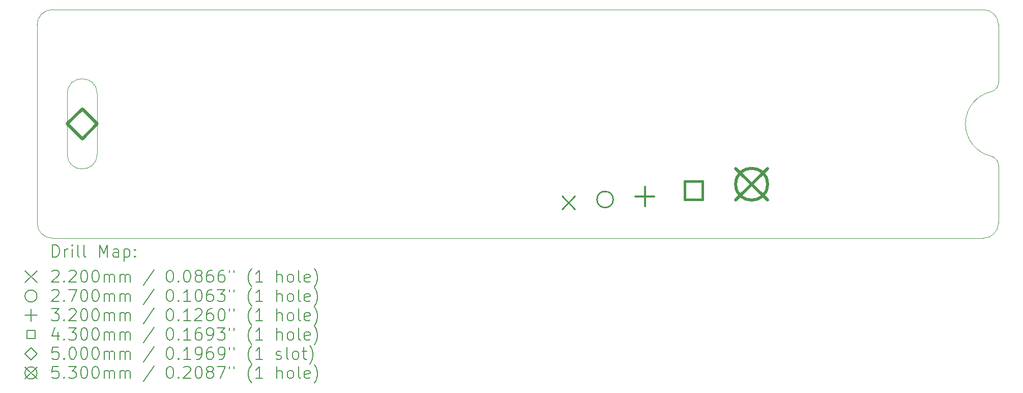
<source format=gbr>
%TF.GenerationSoftware,KiCad,Pcbnew,7.0.9*%
%TF.CreationDate,2024-01-03T20:40:41+01:00*%
%TF.ProjectId,pcb_ruler,7063625f-7275-46c6-9572-2e6b69636164,rev?*%
%TF.SameCoordinates,Original*%
%TF.FileFunction,Drillmap*%
%TF.FilePolarity,Positive*%
%FSLAX45Y45*%
G04 Gerber Fmt 4.5, Leading zero omitted, Abs format (unit mm)*
G04 Created by KiCad (PCBNEW 7.0.9) date 2024-01-03 20:40:41*
%MOMM*%
%LPD*%
G01*
G04 APERTURE LIST*
%ADD10C,0.050000*%
%ADD11C,0.200000*%
%ADD12C,0.220000*%
%ADD13C,0.270000*%
%ADD14C,0.320000*%
%ADD15C,0.430000*%
%ADD16C,0.500000*%
%ADD17C,0.100000*%
%ADD18C,0.530000*%
G04 APERTURE END LIST*
D10*
X25837311Y-11362173D02*
G75*
G03*
X25402381Y-11900000I115069J-537827D01*
G01*
X25952380Y-12595000D02*
G75*
G03*
X25837412Y-12437853I-159021J4290D01*
G01*
X9952381Y-10250000D02*
X9952381Y-13550000D01*
X10202381Y-13800000D02*
X25702381Y-13800000D01*
X25952381Y-13550000D02*
X25952381Y-12595000D01*
X25952261Y-11210003D02*
X25952381Y-10250000D01*
X25702381Y-10000000D02*
X10202381Y-10000000D01*
X9952380Y-13550000D02*
G75*
G03*
X10202381Y-13800000I250000J0D01*
G01*
X10202381Y-10000001D02*
G75*
G03*
X9952381Y-10250000I-1J-249999D01*
G01*
X25402380Y-11900000D02*
G75*
G03*
X25837413Y-12437850I550000J0D01*
G01*
X25702381Y-13800001D02*
G75*
G03*
X25952381Y-13550000I-1J250001D01*
G01*
X25952380Y-10250000D02*
G75*
G03*
X25702381Y-10000000I-250000J0D01*
G01*
X25837310Y-11362170D02*
G75*
G03*
X25952261Y-11210003I-37300J147680D01*
G01*
D11*
D12*
X18686000Y-13098000D02*
X18906000Y-13318000D01*
X18906000Y-13098000D02*
X18686000Y-13318000D01*
D13*
X19540600Y-13157200D02*
G75*
G03*
X19540600Y-13157200I-135000J0D01*
G01*
D14*
X20066000Y-12946400D02*
X20066000Y-13266400D01*
X19906000Y-13106400D02*
X20226000Y-13106400D01*
D15*
X21030829Y-13156829D02*
X21030829Y-12852771D01*
X20726771Y-12852771D01*
X20726771Y-13156829D01*
X21030829Y-13156829D01*
D16*
X10702381Y-12150000D02*
X10952381Y-11900000D01*
X10702381Y-11650000D01*
X10452381Y-11900000D01*
X10702381Y-12150000D01*
D17*
X10452381Y-11400000D02*
X10452381Y-12400000D01*
X10452381Y-12400000D02*
G75*
G03*
X10952381Y-12400000I250000J0D01*
G01*
X10952381Y-12400000D02*
X10952381Y-11400000D01*
X10952381Y-11400000D02*
G75*
G03*
X10452381Y-11400000I-250000J0D01*
G01*
D18*
X21579000Y-12638200D02*
X22109000Y-13168200D01*
X22109000Y-12638200D02*
X21579000Y-13168200D01*
X22109000Y-12903200D02*
G75*
G03*
X22109000Y-12903200I-265000J0D01*
G01*
D11*
X10210658Y-14113984D02*
X10210658Y-13913984D01*
X10210658Y-13913984D02*
X10258277Y-13913984D01*
X10258277Y-13913984D02*
X10286848Y-13923508D01*
X10286848Y-13923508D02*
X10305896Y-13942555D01*
X10305896Y-13942555D02*
X10315420Y-13961603D01*
X10315420Y-13961603D02*
X10324944Y-13999698D01*
X10324944Y-13999698D02*
X10324944Y-14028269D01*
X10324944Y-14028269D02*
X10315420Y-14066365D01*
X10315420Y-14066365D02*
X10305896Y-14085412D01*
X10305896Y-14085412D02*
X10286848Y-14104460D01*
X10286848Y-14104460D02*
X10258277Y-14113984D01*
X10258277Y-14113984D02*
X10210658Y-14113984D01*
X10410658Y-14113984D02*
X10410658Y-13980650D01*
X10410658Y-14018746D02*
X10420182Y-13999698D01*
X10420182Y-13999698D02*
X10429705Y-13990174D01*
X10429705Y-13990174D02*
X10448753Y-13980650D01*
X10448753Y-13980650D02*
X10467801Y-13980650D01*
X10534467Y-14113984D02*
X10534467Y-13980650D01*
X10534467Y-13913984D02*
X10524944Y-13923508D01*
X10524944Y-13923508D02*
X10534467Y-13933031D01*
X10534467Y-13933031D02*
X10543991Y-13923508D01*
X10543991Y-13923508D02*
X10534467Y-13913984D01*
X10534467Y-13913984D02*
X10534467Y-13933031D01*
X10658277Y-14113984D02*
X10639229Y-14104460D01*
X10639229Y-14104460D02*
X10629705Y-14085412D01*
X10629705Y-14085412D02*
X10629705Y-13913984D01*
X10763039Y-14113984D02*
X10743991Y-14104460D01*
X10743991Y-14104460D02*
X10734467Y-14085412D01*
X10734467Y-14085412D02*
X10734467Y-13913984D01*
X10991610Y-14113984D02*
X10991610Y-13913984D01*
X10991610Y-13913984D02*
X11058277Y-14056841D01*
X11058277Y-14056841D02*
X11124944Y-13913984D01*
X11124944Y-13913984D02*
X11124944Y-14113984D01*
X11305896Y-14113984D02*
X11305896Y-14009222D01*
X11305896Y-14009222D02*
X11296372Y-13990174D01*
X11296372Y-13990174D02*
X11277324Y-13980650D01*
X11277324Y-13980650D02*
X11239229Y-13980650D01*
X11239229Y-13980650D02*
X11220182Y-13990174D01*
X11305896Y-14104460D02*
X11286848Y-14113984D01*
X11286848Y-14113984D02*
X11239229Y-14113984D01*
X11239229Y-14113984D02*
X11220182Y-14104460D01*
X11220182Y-14104460D02*
X11210658Y-14085412D01*
X11210658Y-14085412D02*
X11210658Y-14066365D01*
X11210658Y-14066365D02*
X11220182Y-14047317D01*
X11220182Y-14047317D02*
X11239229Y-14037793D01*
X11239229Y-14037793D02*
X11286848Y-14037793D01*
X11286848Y-14037793D02*
X11305896Y-14028269D01*
X11401134Y-13980650D02*
X11401134Y-14180650D01*
X11401134Y-13990174D02*
X11420182Y-13980650D01*
X11420182Y-13980650D02*
X11458277Y-13980650D01*
X11458277Y-13980650D02*
X11477324Y-13990174D01*
X11477324Y-13990174D02*
X11486848Y-13999698D01*
X11486848Y-13999698D02*
X11496372Y-14018746D01*
X11496372Y-14018746D02*
X11496372Y-14075888D01*
X11496372Y-14075888D02*
X11486848Y-14094936D01*
X11486848Y-14094936D02*
X11477324Y-14104460D01*
X11477324Y-14104460D02*
X11458277Y-14113984D01*
X11458277Y-14113984D02*
X11420182Y-14113984D01*
X11420182Y-14113984D02*
X11401134Y-14104460D01*
X11582086Y-14094936D02*
X11591610Y-14104460D01*
X11591610Y-14104460D02*
X11582086Y-14113984D01*
X11582086Y-14113984D02*
X11572563Y-14104460D01*
X11572563Y-14104460D02*
X11582086Y-14094936D01*
X11582086Y-14094936D02*
X11582086Y-14113984D01*
X11582086Y-13990174D02*
X11591610Y-13999698D01*
X11591610Y-13999698D02*
X11582086Y-14009222D01*
X11582086Y-14009222D02*
X11572563Y-13999698D01*
X11572563Y-13999698D02*
X11582086Y-13990174D01*
X11582086Y-13990174D02*
X11582086Y-14009222D01*
X9749881Y-14342500D02*
X9949881Y-14542500D01*
X9949881Y-14342500D02*
X9749881Y-14542500D01*
X10201134Y-14353031D02*
X10210658Y-14343508D01*
X10210658Y-14343508D02*
X10229705Y-14333984D01*
X10229705Y-14333984D02*
X10277325Y-14333984D01*
X10277325Y-14333984D02*
X10296372Y-14343508D01*
X10296372Y-14343508D02*
X10305896Y-14353031D01*
X10305896Y-14353031D02*
X10315420Y-14372079D01*
X10315420Y-14372079D02*
X10315420Y-14391127D01*
X10315420Y-14391127D02*
X10305896Y-14419698D01*
X10305896Y-14419698D02*
X10191610Y-14533984D01*
X10191610Y-14533984D02*
X10315420Y-14533984D01*
X10401134Y-14514936D02*
X10410658Y-14524460D01*
X10410658Y-14524460D02*
X10401134Y-14533984D01*
X10401134Y-14533984D02*
X10391610Y-14524460D01*
X10391610Y-14524460D02*
X10401134Y-14514936D01*
X10401134Y-14514936D02*
X10401134Y-14533984D01*
X10486848Y-14353031D02*
X10496372Y-14343508D01*
X10496372Y-14343508D02*
X10515420Y-14333984D01*
X10515420Y-14333984D02*
X10563039Y-14333984D01*
X10563039Y-14333984D02*
X10582086Y-14343508D01*
X10582086Y-14343508D02*
X10591610Y-14353031D01*
X10591610Y-14353031D02*
X10601134Y-14372079D01*
X10601134Y-14372079D02*
X10601134Y-14391127D01*
X10601134Y-14391127D02*
X10591610Y-14419698D01*
X10591610Y-14419698D02*
X10477325Y-14533984D01*
X10477325Y-14533984D02*
X10601134Y-14533984D01*
X10724944Y-14333984D02*
X10743991Y-14333984D01*
X10743991Y-14333984D02*
X10763039Y-14343508D01*
X10763039Y-14343508D02*
X10772563Y-14353031D01*
X10772563Y-14353031D02*
X10782086Y-14372079D01*
X10782086Y-14372079D02*
X10791610Y-14410174D01*
X10791610Y-14410174D02*
X10791610Y-14457793D01*
X10791610Y-14457793D02*
X10782086Y-14495888D01*
X10782086Y-14495888D02*
X10772563Y-14514936D01*
X10772563Y-14514936D02*
X10763039Y-14524460D01*
X10763039Y-14524460D02*
X10743991Y-14533984D01*
X10743991Y-14533984D02*
X10724944Y-14533984D01*
X10724944Y-14533984D02*
X10705896Y-14524460D01*
X10705896Y-14524460D02*
X10696372Y-14514936D01*
X10696372Y-14514936D02*
X10686848Y-14495888D01*
X10686848Y-14495888D02*
X10677325Y-14457793D01*
X10677325Y-14457793D02*
X10677325Y-14410174D01*
X10677325Y-14410174D02*
X10686848Y-14372079D01*
X10686848Y-14372079D02*
X10696372Y-14353031D01*
X10696372Y-14353031D02*
X10705896Y-14343508D01*
X10705896Y-14343508D02*
X10724944Y-14333984D01*
X10915420Y-14333984D02*
X10934467Y-14333984D01*
X10934467Y-14333984D02*
X10953515Y-14343508D01*
X10953515Y-14343508D02*
X10963039Y-14353031D01*
X10963039Y-14353031D02*
X10972563Y-14372079D01*
X10972563Y-14372079D02*
X10982086Y-14410174D01*
X10982086Y-14410174D02*
X10982086Y-14457793D01*
X10982086Y-14457793D02*
X10972563Y-14495888D01*
X10972563Y-14495888D02*
X10963039Y-14514936D01*
X10963039Y-14514936D02*
X10953515Y-14524460D01*
X10953515Y-14524460D02*
X10934467Y-14533984D01*
X10934467Y-14533984D02*
X10915420Y-14533984D01*
X10915420Y-14533984D02*
X10896372Y-14524460D01*
X10896372Y-14524460D02*
X10886848Y-14514936D01*
X10886848Y-14514936D02*
X10877325Y-14495888D01*
X10877325Y-14495888D02*
X10867801Y-14457793D01*
X10867801Y-14457793D02*
X10867801Y-14410174D01*
X10867801Y-14410174D02*
X10877325Y-14372079D01*
X10877325Y-14372079D02*
X10886848Y-14353031D01*
X10886848Y-14353031D02*
X10896372Y-14343508D01*
X10896372Y-14343508D02*
X10915420Y-14333984D01*
X11067801Y-14533984D02*
X11067801Y-14400650D01*
X11067801Y-14419698D02*
X11077325Y-14410174D01*
X11077325Y-14410174D02*
X11096372Y-14400650D01*
X11096372Y-14400650D02*
X11124944Y-14400650D01*
X11124944Y-14400650D02*
X11143991Y-14410174D01*
X11143991Y-14410174D02*
X11153515Y-14429222D01*
X11153515Y-14429222D02*
X11153515Y-14533984D01*
X11153515Y-14429222D02*
X11163039Y-14410174D01*
X11163039Y-14410174D02*
X11182086Y-14400650D01*
X11182086Y-14400650D02*
X11210658Y-14400650D01*
X11210658Y-14400650D02*
X11229705Y-14410174D01*
X11229705Y-14410174D02*
X11239229Y-14429222D01*
X11239229Y-14429222D02*
X11239229Y-14533984D01*
X11334467Y-14533984D02*
X11334467Y-14400650D01*
X11334467Y-14419698D02*
X11343991Y-14410174D01*
X11343991Y-14410174D02*
X11363039Y-14400650D01*
X11363039Y-14400650D02*
X11391610Y-14400650D01*
X11391610Y-14400650D02*
X11410658Y-14410174D01*
X11410658Y-14410174D02*
X11420182Y-14429222D01*
X11420182Y-14429222D02*
X11420182Y-14533984D01*
X11420182Y-14429222D02*
X11429705Y-14410174D01*
X11429705Y-14410174D02*
X11448753Y-14400650D01*
X11448753Y-14400650D02*
X11477324Y-14400650D01*
X11477324Y-14400650D02*
X11496372Y-14410174D01*
X11496372Y-14410174D02*
X11505896Y-14429222D01*
X11505896Y-14429222D02*
X11505896Y-14533984D01*
X11896372Y-14324460D02*
X11724944Y-14581603D01*
X12153515Y-14333984D02*
X12172563Y-14333984D01*
X12172563Y-14333984D02*
X12191610Y-14343508D01*
X12191610Y-14343508D02*
X12201134Y-14353031D01*
X12201134Y-14353031D02*
X12210658Y-14372079D01*
X12210658Y-14372079D02*
X12220182Y-14410174D01*
X12220182Y-14410174D02*
X12220182Y-14457793D01*
X12220182Y-14457793D02*
X12210658Y-14495888D01*
X12210658Y-14495888D02*
X12201134Y-14514936D01*
X12201134Y-14514936D02*
X12191610Y-14524460D01*
X12191610Y-14524460D02*
X12172563Y-14533984D01*
X12172563Y-14533984D02*
X12153515Y-14533984D01*
X12153515Y-14533984D02*
X12134467Y-14524460D01*
X12134467Y-14524460D02*
X12124944Y-14514936D01*
X12124944Y-14514936D02*
X12115420Y-14495888D01*
X12115420Y-14495888D02*
X12105896Y-14457793D01*
X12105896Y-14457793D02*
X12105896Y-14410174D01*
X12105896Y-14410174D02*
X12115420Y-14372079D01*
X12115420Y-14372079D02*
X12124944Y-14353031D01*
X12124944Y-14353031D02*
X12134467Y-14343508D01*
X12134467Y-14343508D02*
X12153515Y-14333984D01*
X12305896Y-14514936D02*
X12315420Y-14524460D01*
X12315420Y-14524460D02*
X12305896Y-14533984D01*
X12305896Y-14533984D02*
X12296372Y-14524460D01*
X12296372Y-14524460D02*
X12305896Y-14514936D01*
X12305896Y-14514936D02*
X12305896Y-14533984D01*
X12439229Y-14333984D02*
X12458277Y-14333984D01*
X12458277Y-14333984D02*
X12477325Y-14343508D01*
X12477325Y-14343508D02*
X12486848Y-14353031D01*
X12486848Y-14353031D02*
X12496372Y-14372079D01*
X12496372Y-14372079D02*
X12505896Y-14410174D01*
X12505896Y-14410174D02*
X12505896Y-14457793D01*
X12505896Y-14457793D02*
X12496372Y-14495888D01*
X12496372Y-14495888D02*
X12486848Y-14514936D01*
X12486848Y-14514936D02*
X12477325Y-14524460D01*
X12477325Y-14524460D02*
X12458277Y-14533984D01*
X12458277Y-14533984D02*
X12439229Y-14533984D01*
X12439229Y-14533984D02*
X12420182Y-14524460D01*
X12420182Y-14524460D02*
X12410658Y-14514936D01*
X12410658Y-14514936D02*
X12401134Y-14495888D01*
X12401134Y-14495888D02*
X12391610Y-14457793D01*
X12391610Y-14457793D02*
X12391610Y-14410174D01*
X12391610Y-14410174D02*
X12401134Y-14372079D01*
X12401134Y-14372079D02*
X12410658Y-14353031D01*
X12410658Y-14353031D02*
X12420182Y-14343508D01*
X12420182Y-14343508D02*
X12439229Y-14333984D01*
X12620182Y-14419698D02*
X12601134Y-14410174D01*
X12601134Y-14410174D02*
X12591610Y-14400650D01*
X12591610Y-14400650D02*
X12582087Y-14381603D01*
X12582087Y-14381603D02*
X12582087Y-14372079D01*
X12582087Y-14372079D02*
X12591610Y-14353031D01*
X12591610Y-14353031D02*
X12601134Y-14343508D01*
X12601134Y-14343508D02*
X12620182Y-14333984D01*
X12620182Y-14333984D02*
X12658277Y-14333984D01*
X12658277Y-14333984D02*
X12677325Y-14343508D01*
X12677325Y-14343508D02*
X12686848Y-14353031D01*
X12686848Y-14353031D02*
X12696372Y-14372079D01*
X12696372Y-14372079D02*
X12696372Y-14381603D01*
X12696372Y-14381603D02*
X12686848Y-14400650D01*
X12686848Y-14400650D02*
X12677325Y-14410174D01*
X12677325Y-14410174D02*
X12658277Y-14419698D01*
X12658277Y-14419698D02*
X12620182Y-14419698D01*
X12620182Y-14419698D02*
X12601134Y-14429222D01*
X12601134Y-14429222D02*
X12591610Y-14438746D01*
X12591610Y-14438746D02*
X12582087Y-14457793D01*
X12582087Y-14457793D02*
X12582087Y-14495888D01*
X12582087Y-14495888D02*
X12591610Y-14514936D01*
X12591610Y-14514936D02*
X12601134Y-14524460D01*
X12601134Y-14524460D02*
X12620182Y-14533984D01*
X12620182Y-14533984D02*
X12658277Y-14533984D01*
X12658277Y-14533984D02*
X12677325Y-14524460D01*
X12677325Y-14524460D02*
X12686848Y-14514936D01*
X12686848Y-14514936D02*
X12696372Y-14495888D01*
X12696372Y-14495888D02*
X12696372Y-14457793D01*
X12696372Y-14457793D02*
X12686848Y-14438746D01*
X12686848Y-14438746D02*
X12677325Y-14429222D01*
X12677325Y-14429222D02*
X12658277Y-14419698D01*
X12867801Y-14333984D02*
X12829706Y-14333984D01*
X12829706Y-14333984D02*
X12810658Y-14343508D01*
X12810658Y-14343508D02*
X12801134Y-14353031D01*
X12801134Y-14353031D02*
X12782087Y-14381603D01*
X12782087Y-14381603D02*
X12772563Y-14419698D01*
X12772563Y-14419698D02*
X12772563Y-14495888D01*
X12772563Y-14495888D02*
X12782087Y-14514936D01*
X12782087Y-14514936D02*
X12791610Y-14524460D01*
X12791610Y-14524460D02*
X12810658Y-14533984D01*
X12810658Y-14533984D02*
X12848753Y-14533984D01*
X12848753Y-14533984D02*
X12867801Y-14524460D01*
X12867801Y-14524460D02*
X12877325Y-14514936D01*
X12877325Y-14514936D02*
X12886848Y-14495888D01*
X12886848Y-14495888D02*
X12886848Y-14448269D01*
X12886848Y-14448269D02*
X12877325Y-14429222D01*
X12877325Y-14429222D02*
X12867801Y-14419698D01*
X12867801Y-14419698D02*
X12848753Y-14410174D01*
X12848753Y-14410174D02*
X12810658Y-14410174D01*
X12810658Y-14410174D02*
X12791610Y-14419698D01*
X12791610Y-14419698D02*
X12782087Y-14429222D01*
X12782087Y-14429222D02*
X12772563Y-14448269D01*
X13058277Y-14333984D02*
X13020182Y-14333984D01*
X13020182Y-14333984D02*
X13001134Y-14343508D01*
X13001134Y-14343508D02*
X12991610Y-14353031D01*
X12991610Y-14353031D02*
X12972563Y-14381603D01*
X12972563Y-14381603D02*
X12963039Y-14419698D01*
X12963039Y-14419698D02*
X12963039Y-14495888D01*
X12963039Y-14495888D02*
X12972563Y-14514936D01*
X12972563Y-14514936D02*
X12982087Y-14524460D01*
X12982087Y-14524460D02*
X13001134Y-14533984D01*
X13001134Y-14533984D02*
X13039229Y-14533984D01*
X13039229Y-14533984D02*
X13058277Y-14524460D01*
X13058277Y-14524460D02*
X13067801Y-14514936D01*
X13067801Y-14514936D02*
X13077325Y-14495888D01*
X13077325Y-14495888D02*
X13077325Y-14448269D01*
X13077325Y-14448269D02*
X13067801Y-14429222D01*
X13067801Y-14429222D02*
X13058277Y-14419698D01*
X13058277Y-14419698D02*
X13039229Y-14410174D01*
X13039229Y-14410174D02*
X13001134Y-14410174D01*
X13001134Y-14410174D02*
X12982087Y-14419698D01*
X12982087Y-14419698D02*
X12972563Y-14429222D01*
X12972563Y-14429222D02*
X12963039Y-14448269D01*
X13153515Y-14333984D02*
X13153515Y-14372079D01*
X13229706Y-14333984D02*
X13229706Y-14372079D01*
X13524944Y-14610174D02*
X13515420Y-14600650D01*
X13515420Y-14600650D02*
X13496372Y-14572079D01*
X13496372Y-14572079D02*
X13486849Y-14553031D01*
X13486849Y-14553031D02*
X13477325Y-14524460D01*
X13477325Y-14524460D02*
X13467801Y-14476841D01*
X13467801Y-14476841D02*
X13467801Y-14438746D01*
X13467801Y-14438746D02*
X13477325Y-14391127D01*
X13477325Y-14391127D02*
X13486849Y-14362555D01*
X13486849Y-14362555D02*
X13496372Y-14343508D01*
X13496372Y-14343508D02*
X13515420Y-14314936D01*
X13515420Y-14314936D02*
X13524944Y-14305412D01*
X13705896Y-14533984D02*
X13591610Y-14533984D01*
X13648753Y-14533984D02*
X13648753Y-14333984D01*
X13648753Y-14333984D02*
X13629706Y-14362555D01*
X13629706Y-14362555D02*
X13610658Y-14381603D01*
X13610658Y-14381603D02*
X13591610Y-14391127D01*
X13943991Y-14533984D02*
X13943991Y-14333984D01*
X14029706Y-14533984D02*
X14029706Y-14429222D01*
X14029706Y-14429222D02*
X14020182Y-14410174D01*
X14020182Y-14410174D02*
X14001134Y-14400650D01*
X14001134Y-14400650D02*
X13972563Y-14400650D01*
X13972563Y-14400650D02*
X13953515Y-14410174D01*
X13953515Y-14410174D02*
X13943991Y-14419698D01*
X14153515Y-14533984D02*
X14134468Y-14524460D01*
X14134468Y-14524460D02*
X14124944Y-14514936D01*
X14124944Y-14514936D02*
X14115420Y-14495888D01*
X14115420Y-14495888D02*
X14115420Y-14438746D01*
X14115420Y-14438746D02*
X14124944Y-14419698D01*
X14124944Y-14419698D02*
X14134468Y-14410174D01*
X14134468Y-14410174D02*
X14153515Y-14400650D01*
X14153515Y-14400650D02*
X14182087Y-14400650D01*
X14182087Y-14400650D02*
X14201134Y-14410174D01*
X14201134Y-14410174D02*
X14210658Y-14419698D01*
X14210658Y-14419698D02*
X14220182Y-14438746D01*
X14220182Y-14438746D02*
X14220182Y-14495888D01*
X14220182Y-14495888D02*
X14210658Y-14514936D01*
X14210658Y-14514936D02*
X14201134Y-14524460D01*
X14201134Y-14524460D02*
X14182087Y-14533984D01*
X14182087Y-14533984D02*
X14153515Y-14533984D01*
X14334468Y-14533984D02*
X14315420Y-14524460D01*
X14315420Y-14524460D02*
X14305896Y-14505412D01*
X14305896Y-14505412D02*
X14305896Y-14333984D01*
X14486849Y-14524460D02*
X14467801Y-14533984D01*
X14467801Y-14533984D02*
X14429706Y-14533984D01*
X14429706Y-14533984D02*
X14410658Y-14524460D01*
X14410658Y-14524460D02*
X14401134Y-14505412D01*
X14401134Y-14505412D02*
X14401134Y-14429222D01*
X14401134Y-14429222D02*
X14410658Y-14410174D01*
X14410658Y-14410174D02*
X14429706Y-14400650D01*
X14429706Y-14400650D02*
X14467801Y-14400650D01*
X14467801Y-14400650D02*
X14486849Y-14410174D01*
X14486849Y-14410174D02*
X14496372Y-14429222D01*
X14496372Y-14429222D02*
X14496372Y-14448269D01*
X14496372Y-14448269D02*
X14401134Y-14467317D01*
X14563039Y-14610174D02*
X14572563Y-14600650D01*
X14572563Y-14600650D02*
X14591611Y-14572079D01*
X14591611Y-14572079D02*
X14601134Y-14553031D01*
X14601134Y-14553031D02*
X14610658Y-14524460D01*
X14610658Y-14524460D02*
X14620182Y-14476841D01*
X14620182Y-14476841D02*
X14620182Y-14438746D01*
X14620182Y-14438746D02*
X14610658Y-14391127D01*
X14610658Y-14391127D02*
X14601134Y-14362555D01*
X14601134Y-14362555D02*
X14591611Y-14343508D01*
X14591611Y-14343508D02*
X14572563Y-14314936D01*
X14572563Y-14314936D02*
X14563039Y-14305412D01*
X9949881Y-14762500D02*
G75*
G03*
X9949881Y-14762500I-100000J0D01*
G01*
X10201134Y-14673031D02*
X10210658Y-14663508D01*
X10210658Y-14663508D02*
X10229705Y-14653984D01*
X10229705Y-14653984D02*
X10277325Y-14653984D01*
X10277325Y-14653984D02*
X10296372Y-14663508D01*
X10296372Y-14663508D02*
X10305896Y-14673031D01*
X10305896Y-14673031D02*
X10315420Y-14692079D01*
X10315420Y-14692079D02*
X10315420Y-14711127D01*
X10315420Y-14711127D02*
X10305896Y-14739698D01*
X10305896Y-14739698D02*
X10191610Y-14853984D01*
X10191610Y-14853984D02*
X10315420Y-14853984D01*
X10401134Y-14834936D02*
X10410658Y-14844460D01*
X10410658Y-14844460D02*
X10401134Y-14853984D01*
X10401134Y-14853984D02*
X10391610Y-14844460D01*
X10391610Y-14844460D02*
X10401134Y-14834936D01*
X10401134Y-14834936D02*
X10401134Y-14853984D01*
X10477325Y-14653984D02*
X10610658Y-14653984D01*
X10610658Y-14653984D02*
X10524944Y-14853984D01*
X10724944Y-14653984D02*
X10743991Y-14653984D01*
X10743991Y-14653984D02*
X10763039Y-14663508D01*
X10763039Y-14663508D02*
X10772563Y-14673031D01*
X10772563Y-14673031D02*
X10782086Y-14692079D01*
X10782086Y-14692079D02*
X10791610Y-14730174D01*
X10791610Y-14730174D02*
X10791610Y-14777793D01*
X10791610Y-14777793D02*
X10782086Y-14815888D01*
X10782086Y-14815888D02*
X10772563Y-14834936D01*
X10772563Y-14834936D02*
X10763039Y-14844460D01*
X10763039Y-14844460D02*
X10743991Y-14853984D01*
X10743991Y-14853984D02*
X10724944Y-14853984D01*
X10724944Y-14853984D02*
X10705896Y-14844460D01*
X10705896Y-14844460D02*
X10696372Y-14834936D01*
X10696372Y-14834936D02*
X10686848Y-14815888D01*
X10686848Y-14815888D02*
X10677325Y-14777793D01*
X10677325Y-14777793D02*
X10677325Y-14730174D01*
X10677325Y-14730174D02*
X10686848Y-14692079D01*
X10686848Y-14692079D02*
X10696372Y-14673031D01*
X10696372Y-14673031D02*
X10705896Y-14663508D01*
X10705896Y-14663508D02*
X10724944Y-14653984D01*
X10915420Y-14653984D02*
X10934467Y-14653984D01*
X10934467Y-14653984D02*
X10953515Y-14663508D01*
X10953515Y-14663508D02*
X10963039Y-14673031D01*
X10963039Y-14673031D02*
X10972563Y-14692079D01*
X10972563Y-14692079D02*
X10982086Y-14730174D01*
X10982086Y-14730174D02*
X10982086Y-14777793D01*
X10982086Y-14777793D02*
X10972563Y-14815888D01*
X10972563Y-14815888D02*
X10963039Y-14834936D01*
X10963039Y-14834936D02*
X10953515Y-14844460D01*
X10953515Y-14844460D02*
X10934467Y-14853984D01*
X10934467Y-14853984D02*
X10915420Y-14853984D01*
X10915420Y-14853984D02*
X10896372Y-14844460D01*
X10896372Y-14844460D02*
X10886848Y-14834936D01*
X10886848Y-14834936D02*
X10877325Y-14815888D01*
X10877325Y-14815888D02*
X10867801Y-14777793D01*
X10867801Y-14777793D02*
X10867801Y-14730174D01*
X10867801Y-14730174D02*
X10877325Y-14692079D01*
X10877325Y-14692079D02*
X10886848Y-14673031D01*
X10886848Y-14673031D02*
X10896372Y-14663508D01*
X10896372Y-14663508D02*
X10915420Y-14653984D01*
X11067801Y-14853984D02*
X11067801Y-14720650D01*
X11067801Y-14739698D02*
X11077325Y-14730174D01*
X11077325Y-14730174D02*
X11096372Y-14720650D01*
X11096372Y-14720650D02*
X11124944Y-14720650D01*
X11124944Y-14720650D02*
X11143991Y-14730174D01*
X11143991Y-14730174D02*
X11153515Y-14749222D01*
X11153515Y-14749222D02*
X11153515Y-14853984D01*
X11153515Y-14749222D02*
X11163039Y-14730174D01*
X11163039Y-14730174D02*
X11182086Y-14720650D01*
X11182086Y-14720650D02*
X11210658Y-14720650D01*
X11210658Y-14720650D02*
X11229705Y-14730174D01*
X11229705Y-14730174D02*
X11239229Y-14749222D01*
X11239229Y-14749222D02*
X11239229Y-14853984D01*
X11334467Y-14853984D02*
X11334467Y-14720650D01*
X11334467Y-14739698D02*
X11343991Y-14730174D01*
X11343991Y-14730174D02*
X11363039Y-14720650D01*
X11363039Y-14720650D02*
X11391610Y-14720650D01*
X11391610Y-14720650D02*
X11410658Y-14730174D01*
X11410658Y-14730174D02*
X11420182Y-14749222D01*
X11420182Y-14749222D02*
X11420182Y-14853984D01*
X11420182Y-14749222D02*
X11429705Y-14730174D01*
X11429705Y-14730174D02*
X11448753Y-14720650D01*
X11448753Y-14720650D02*
X11477324Y-14720650D01*
X11477324Y-14720650D02*
X11496372Y-14730174D01*
X11496372Y-14730174D02*
X11505896Y-14749222D01*
X11505896Y-14749222D02*
X11505896Y-14853984D01*
X11896372Y-14644460D02*
X11724944Y-14901603D01*
X12153515Y-14653984D02*
X12172563Y-14653984D01*
X12172563Y-14653984D02*
X12191610Y-14663508D01*
X12191610Y-14663508D02*
X12201134Y-14673031D01*
X12201134Y-14673031D02*
X12210658Y-14692079D01*
X12210658Y-14692079D02*
X12220182Y-14730174D01*
X12220182Y-14730174D02*
X12220182Y-14777793D01*
X12220182Y-14777793D02*
X12210658Y-14815888D01*
X12210658Y-14815888D02*
X12201134Y-14834936D01*
X12201134Y-14834936D02*
X12191610Y-14844460D01*
X12191610Y-14844460D02*
X12172563Y-14853984D01*
X12172563Y-14853984D02*
X12153515Y-14853984D01*
X12153515Y-14853984D02*
X12134467Y-14844460D01*
X12134467Y-14844460D02*
X12124944Y-14834936D01*
X12124944Y-14834936D02*
X12115420Y-14815888D01*
X12115420Y-14815888D02*
X12105896Y-14777793D01*
X12105896Y-14777793D02*
X12105896Y-14730174D01*
X12105896Y-14730174D02*
X12115420Y-14692079D01*
X12115420Y-14692079D02*
X12124944Y-14673031D01*
X12124944Y-14673031D02*
X12134467Y-14663508D01*
X12134467Y-14663508D02*
X12153515Y-14653984D01*
X12305896Y-14834936D02*
X12315420Y-14844460D01*
X12315420Y-14844460D02*
X12305896Y-14853984D01*
X12305896Y-14853984D02*
X12296372Y-14844460D01*
X12296372Y-14844460D02*
X12305896Y-14834936D01*
X12305896Y-14834936D02*
X12305896Y-14853984D01*
X12505896Y-14853984D02*
X12391610Y-14853984D01*
X12448753Y-14853984D02*
X12448753Y-14653984D01*
X12448753Y-14653984D02*
X12429706Y-14682555D01*
X12429706Y-14682555D02*
X12410658Y-14701603D01*
X12410658Y-14701603D02*
X12391610Y-14711127D01*
X12629706Y-14653984D02*
X12648753Y-14653984D01*
X12648753Y-14653984D02*
X12667801Y-14663508D01*
X12667801Y-14663508D02*
X12677325Y-14673031D01*
X12677325Y-14673031D02*
X12686848Y-14692079D01*
X12686848Y-14692079D02*
X12696372Y-14730174D01*
X12696372Y-14730174D02*
X12696372Y-14777793D01*
X12696372Y-14777793D02*
X12686848Y-14815888D01*
X12686848Y-14815888D02*
X12677325Y-14834936D01*
X12677325Y-14834936D02*
X12667801Y-14844460D01*
X12667801Y-14844460D02*
X12648753Y-14853984D01*
X12648753Y-14853984D02*
X12629706Y-14853984D01*
X12629706Y-14853984D02*
X12610658Y-14844460D01*
X12610658Y-14844460D02*
X12601134Y-14834936D01*
X12601134Y-14834936D02*
X12591610Y-14815888D01*
X12591610Y-14815888D02*
X12582087Y-14777793D01*
X12582087Y-14777793D02*
X12582087Y-14730174D01*
X12582087Y-14730174D02*
X12591610Y-14692079D01*
X12591610Y-14692079D02*
X12601134Y-14673031D01*
X12601134Y-14673031D02*
X12610658Y-14663508D01*
X12610658Y-14663508D02*
X12629706Y-14653984D01*
X12867801Y-14653984D02*
X12829706Y-14653984D01*
X12829706Y-14653984D02*
X12810658Y-14663508D01*
X12810658Y-14663508D02*
X12801134Y-14673031D01*
X12801134Y-14673031D02*
X12782087Y-14701603D01*
X12782087Y-14701603D02*
X12772563Y-14739698D01*
X12772563Y-14739698D02*
X12772563Y-14815888D01*
X12772563Y-14815888D02*
X12782087Y-14834936D01*
X12782087Y-14834936D02*
X12791610Y-14844460D01*
X12791610Y-14844460D02*
X12810658Y-14853984D01*
X12810658Y-14853984D02*
X12848753Y-14853984D01*
X12848753Y-14853984D02*
X12867801Y-14844460D01*
X12867801Y-14844460D02*
X12877325Y-14834936D01*
X12877325Y-14834936D02*
X12886848Y-14815888D01*
X12886848Y-14815888D02*
X12886848Y-14768269D01*
X12886848Y-14768269D02*
X12877325Y-14749222D01*
X12877325Y-14749222D02*
X12867801Y-14739698D01*
X12867801Y-14739698D02*
X12848753Y-14730174D01*
X12848753Y-14730174D02*
X12810658Y-14730174D01*
X12810658Y-14730174D02*
X12791610Y-14739698D01*
X12791610Y-14739698D02*
X12782087Y-14749222D01*
X12782087Y-14749222D02*
X12772563Y-14768269D01*
X12953515Y-14653984D02*
X13077325Y-14653984D01*
X13077325Y-14653984D02*
X13010658Y-14730174D01*
X13010658Y-14730174D02*
X13039229Y-14730174D01*
X13039229Y-14730174D02*
X13058277Y-14739698D01*
X13058277Y-14739698D02*
X13067801Y-14749222D01*
X13067801Y-14749222D02*
X13077325Y-14768269D01*
X13077325Y-14768269D02*
X13077325Y-14815888D01*
X13077325Y-14815888D02*
X13067801Y-14834936D01*
X13067801Y-14834936D02*
X13058277Y-14844460D01*
X13058277Y-14844460D02*
X13039229Y-14853984D01*
X13039229Y-14853984D02*
X12982087Y-14853984D01*
X12982087Y-14853984D02*
X12963039Y-14844460D01*
X12963039Y-14844460D02*
X12953515Y-14834936D01*
X13153515Y-14653984D02*
X13153515Y-14692079D01*
X13229706Y-14653984D02*
X13229706Y-14692079D01*
X13524944Y-14930174D02*
X13515420Y-14920650D01*
X13515420Y-14920650D02*
X13496372Y-14892079D01*
X13496372Y-14892079D02*
X13486849Y-14873031D01*
X13486849Y-14873031D02*
X13477325Y-14844460D01*
X13477325Y-14844460D02*
X13467801Y-14796841D01*
X13467801Y-14796841D02*
X13467801Y-14758746D01*
X13467801Y-14758746D02*
X13477325Y-14711127D01*
X13477325Y-14711127D02*
X13486849Y-14682555D01*
X13486849Y-14682555D02*
X13496372Y-14663508D01*
X13496372Y-14663508D02*
X13515420Y-14634936D01*
X13515420Y-14634936D02*
X13524944Y-14625412D01*
X13705896Y-14853984D02*
X13591610Y-14853984D01*
X13648753Y-14853984D02*
X13648753Y-14653984D01*
X13648753Y-14653984D02*
X13629706Y-14682555D01*
X13629706Y-14682555D02*
X13610658Y-14701603D01*
X13610658Y-14701603D02*
X13591610Y-14711127D01*
X13943991Y-14853984D02*
X13943991Y-14653984D01*
X14029706Y-14853984D02*
X14029706Y-14749222D01*
X14029706Y-14749222D02*
X14020182Y-14730174D01*
X14020182Y-14730174D02*
X14001134Y-14720650D01*
X14001134Y-14720650D02*
X13972563Y-14720650D01*
X13972563Y-14720650D02*
X13953515Y-14730174D01*
X13953515Y-14730174D02*
X13943991Y-14739698D01*
X14153515Y-14853984D02*
X14134468Y-14844460D01*
X14134468Y-14844460D02*
X14124944Y-14834936D01*
X14124944Y-14834936D02*
X14115420Y-14815888D01*
X14115420Y-14815888D02*
X14115420Y-14758746D01*
X14115420Y-14758746D02*
X14124944Y-14739698D01*
X14124944Y-14739698D02*
X14134468Y-14730174D01*
X14134468Y-14730174D02*
X14153515Y-14720650D01*
X14153515Y-14720650D02*
X14182087Y-14720650D01*
X14182087Y-14720650D02*
X14201134Y-14730174D01*
X14201134Y-14730174D02*
X14210658Y-14739698D01*
X14210658Y-14739698D02*
X14220182Y-14758746D01*
X14220182Y-14758746D02*
X14220182Y-14815888D01*
X14220182Y-14815888D02*
X14210658Y-14834936D01*
X14210658Y-14834936D02*
X14201134Y-14844460D01*
X14201134Y-14844460D02*
X14182087Y-14853984D01*
X14182087Y-14853984D02*
X14153515Y-14853984D01*
X14334468Y-14853984D02*
X14315420Y-14844460D01*
X14315420Y-14844460D02*
X14305896Y-14825412D01*
X14305896Y-14825412D02*
X14305896Y-14653984D01*
X14486849Y-14844460D02*
X14467801Y-14853984D01*
X14467801Y-14853984D02*
X14429706Y-14853984D01*
X14429706Y-14853984D02*
X14410658Y-14844460D01*
X14410658Y-14844460D02*
X14401134Y-14825412D01*
X14401134Y-14825412D02*
X14401134Y-14749222D01*
X14401134Y-14749222D02*
X14410658Y-14730174D01*
X14410658Y-14730174D02*
X14429706Y-14720650D01*
X14429706Y-14720650D02*
X14467801Y-14720650D01*
X14467801Y-14720650D02*
X14486849Y-14730174D01*
X14486849Y-14730174D02*
X14496372Y-14749222D01*
X14496372Y-14749222D02*
X14496372Y-14768269D01*
X14496372Y-14768269D02*
X14401134Y-14787317D01*
X14563039Y-14930174D02*
X14572563Y-14920650D01*
X14572563Y-14920650D02*
X14591611Y-14892079D01*
X14591611Y-14892079D02*
X14601134Y-14873031D01*
X14601134Y-14873031D02*
X14610658Y-14844460D01*
X14610658Y-14844460D02*
X14620182Y-14796841D01*
X14620182Y-14796841D02*
X14620182Y-14758746D01*
X14620182Y-14758746D02*
X14610658Y-14711127D01*
X14610658Y-14711127D02*
X14601134Y-14682555D01*
X14601134Y-14682555D02*
X14591611Y-14663508D01*
X14591611Y-14663508D02*
X14572563Y-14634936D01*
X14572563Y-14634936D02*
X14563039Y-14625412D01*
X9849881Y-14982500D02*
X9849881Y-15182500D01*
X9749881Y-15082500D02*
X9949881Y-15082500D01*
X10191610Y-14973984D02*
X10315420Y-14973984D01*
X10315420Y-14973984D02*
X10248753Y-15050174D01*
X10248753Y-15050174D02*
X10277325Y-15050174D01*
X10277325Y-15050174D02*
X10296372Y-15059698D01*
X10296372Y-15059698D02*
X10305896Y-15069222D01*
X10305896Y-15069222D02*
X10315420Y-15088269D01*
X10315420Y-15088269D02*
X10315420Y-15135888D01*
X10315420Y-15135888D02*
X10305896Y-15154936D01*
X10305896Y-15154936D02*
X10296372Y-15164460D01*
X10296372Y-15164460D02*
X10277325Y-15173984D01*
X10277325Y-15173984D02*
X10220182Y-15173984D01*
X10220182Y-15173984D02*
X10201134Y-15164460D01*
X10201134Y-15164460D02*
X10191610Y-15154936D01*
X10401134Y-15154936D02*
X10410658Y-15164460D01*
X10410658Y-15164460D02*
X10401134Y-15173984D01*
X10401134Y-15173984D02*
X10391610Y-15164460D01*
X10391610Y-15164460D02*
X10401134Y-15154936D01*
X10401134Y-15154936D02*
X10401134Y-15173984D01*
X10486848Y-14993031D02*
X10496372Y-14983508D01*
X10496372Y-14983508D02*
X10515420Y-14973984D01*
X10515420Y-14973984D02*
X10563039Y-14973984D01*
X10563039Y-14973984D02*
X10582086Y-14983508D01*
X10582086Y-14983508D02*
X10591610Y-14993031D01*
X10591610Y-14993031D02*
X10601134Y-15012079D01*
X10601134Y-15012079D02*
X10601134Y-15031127D01*
X10601134Y-15031127D02*
X10591610Y-15059698D01*
X10591610Y-15059698D02*
X10477325Y-15173984D01*
X10477325Y-15173984D02*
X10601134Y-15173984D01*
X10724944Y-14973984D02*
X10743991Y-14973984D01*
X10743991Y-14973984D02*
X10763039Y-14983508D01*
X10763039Y-14983508D02*
X10772563Y-14993031D01*
X10772563Y-14993031D02*
X10782086Y-15012079D01*
X10782086Y-15012079D02*
X10791610Y-15050174D01*
X10791610Y-15050174D02*
X10791610Y-15097793D01*
X10791610Y-15097793D02*
X10782086Y-15135888D01*
X10782086Y-15135888D02*
X10772563Y-15154936D01*
X10772563Y-15154936D02*
X10763039Y-15164460D01*
X10763039Y-15164460D02*
X10743991Y-15173984D01*
X10743991Y-15173984D02*
X10724944Y-15173984D01*
X10724944Y-15173984D02*
X10705896Y-15164460D01*
X10705896Y-15164460D02*
X10696372Y-15154936D01*
X10696372Y-15154936D02*
X10686848Y-15135888D01*
X10686848Y-15135888D02*
X10677325Y-15097793D01*
X10677325Y-15097793D02*
X10677325Y-15050174D01*
X10677325Y-15050174D02*
X10686848Y-15012079D01*
X10686848Y-15012079D02*
X10696372Y-14993031D01*
X10696372Y-14993031D02*
X10705896Y-14983508D01*
X10705896Y-14983508D02*
X10724944Y-14973984D01*
X10915420Y-14973984D02*
X10934467Y-14973984D01*
X10934467Y-14973984D02*
X10953515Y-14983508D01*
X10953515Y-14983508D02*
X10963039Y-14993031D01*
X10963039Y-14993031D02*
X10972563Y-15012079D01*
X10972563Y-15012079D02*
X10982086Y-15050174D01*
X10982086Y-15050174D02*
X10982086Y-15097793D01*
X10982086Y-15097793D02*
X10972563Y-15135888D01*
X10972563Y-15135888D02*
X10963039Y-15154936D01*
X10963039Y-15154936D02*
X10953515Y-15164460D01*
X10953515Y-15164460D02*
X10934467Y-15173984D01*
X10934467Y-15173984D02*
X10915420Y-15173984D01*
X10915420Y-15173984D02*
X10896372Y-15164460D01*
X10896372Y-15164460D02*
X10886848Y-15154936D01*
X10886848Y-15154936D02*
X10877325Y-15135888D01*
X10877325Y-15135888D02*
X10867801Y-15097793D01*
X10867801Y-15097793D02*
X10867801Y-15050174D01*
X10867801Y-15050174D02*
X10877325Y-15012079D01*
X10877325Y-15012079D02*
X10886848Y-14993031D01*
X10886848Y-14993031D02*
X10896372Y-14983508D01*
X10896372Y-14983508D02*
X10915420Y-14973984D01*
X11067801Y-15173984D02*
X11067801Y-15040650D01*
X11067801Y-15059698D02*
X11077325Y-15050174D01*
X11077325Y-15050174D02*
X11096372Y-15040650D01*
X11096372Y-15040650D02*
X11124944Y-15040650D01*
X11124944Y-15040650D02*
X11143991Y-15050174D01*
X11143991Y-15050174D02*
X11153515Y-15069222D01*
X11153515Y-15069222D02*
X11153515Y-15173984D01*
X11153515Y-15069222D02*
X11163039Y-15050174D01*
X11163039Y-15050174D02*
X11182086Y-15040650D01*
X11182086Y-15040650D02*
X11210658Y-15040650D01*
X11210658Y-15040650D02*
X11229705Y-15050174D01*
X11229705Y-15050174D02*
X11239229Y-15069222D01*
X11239229Y-15069222D02*
X11239229Y-15173984D01*
X11334467Y-15173984D02*
X11334467Y-15040650D01*
X11334467Y-15059698D02*
X11343991Y-15050174D01*
X11343991Y-15050174D02*
X11363039Y-15040650D01*
X11363039Y-15040650D02*
X11391610Y-15040650D01*
X11391610Y-15040650D02*
X11410658Y-15050174D01*
X11410658Y-15050174D02*
X11420182Y-15069222D01*
X11420182Y-15069222D02*
X11420182Y-15173984D01*
X11420182Y-15069222D02*
X11429705Y-15050174D01*
X11429705Y-15050174D02*
X11448753Y-15040650D01*
X11448753Y-15040650D02*
X11477324Y-15040650D01*
X11477324Y-15040650D02*
X11496372Y-15050174D01*
X11496372Y-15050174D02*
X11505896Y-15069222D01*
X11505896Y-15069222D02*
X11505896Y-15173984D01*
X11896372Y-14964460D02*
X11724944Y-15221603D01*
X12153515Y-14973984D02*
X12172563Y-14973984D01*
X12172563Y-14973984D02*
X12191610Y-14983508D01*
X12191610Y-14983508D02*
X12201134Y-14993031D01*
X12201134Y-14993031D02*
X12210658Y-15012079D01*
X12210658Y-15012079D02*
X12220182Y-15050174D01*
X12220182Y-15050174D02*
X12220182Y-15097793D01*
X12220182Y-15097793D02*
X12210658Y-15135888D01*
X12210658Y-15135888D02*
X12201134Y-15154936D01*
X12201134Y-15154936D02*
X12191610Y-15164460D01*
X12191610Y-15164460D02*
X12172563Y-15173984D01*
X12172563Y-15173984D02*
X12153515Y-15173984D01*
X12153515Y-15173984D02*
X12134467Y-15164460D01*
X12134467Y-15164460D02*
X12124944Y-15154936D01*
X12124944Y-15154936D02*
X12115420Y-15135888D01*
X12115420Y-15135888D02*
X12105896Y-15097793D01*
X12105896Y-15097793D02*
X12105896Y-15050174D01*
X12105896Y-15050174D02*
X12115420Y-15012079D01*
X12115420Y-15012079D02*
X12124944Y-14993031D01*
X12124944Y-14993031D02*
X12134467Y-14983508D01*
X12134467Y-14983508D02*
X12153515Y-14973984D01*
X12305896Y-15154936D02*
X12315420Y-15164460D01*
X12315420Y-15164460D02*
X12305896Y-15173984D01*
X12305896Y-15173984D02*
X12296372Y-15164460D01*
X12296372Y-15164460D02*
X12305896Y-15154936D01*
X12305896Y-15154936D02*
X12305896Y-15173984D01*
X12505896Y-15173984D02*
X12391610Y-15173984D01*
X12448753Y-15173984D02*
X12448753Y-14973984D01*
X12448753Y-14973984D02*
X12429706Y-15002555D01*
X12429706Y-15002555D02*
X12410658Y-15021603D01*
X12410658Y-15021603D02*
X12391610Y-15031127D01*
X12582087Y-14993031D02*
X12591610Y-14983508D01*
X12591610Y-14983508D02*
X12610658Y-14973984D01*
X12610658Y-14973984D02*
X12658277Y-14973984D01*
X12658277Y-14973984D02*
X12677325Y-14983508D01*
X12677325Y-14983508D02*
X12686848Y-14993031D01*
X12686848Y-14993031D02*
X12696372Y-15012079D01*
X12696372Y-15012079D02*
X12696372Y-15031127D01*
X12696372Y-15031127D02*
X12686848Y-15059698D01*
X12686848Y-15059698D02*
X12572563Y-15173984D01*
X12572563Y-15173984D02*
X12696372Y-15173984D01*
X12867801Y-14973984D02*
X12829706Y-14973984D01*
X12829706Y-14973984D02*
X12810658Y-14983508D01*
X12810658Y-14983508D02*
X12801134Y-14993031D01*
X12801134Y-14993031D02*
X12782087Y-15021603D01*
X12782087Y-15021603D02*
X12772563Y-15059698D01*
X12772563Y-15059698D02*
X12772563Y-15135888D01*
X12772563Y-15135888D02*
X12782087Y-15154936D01*
X12782087Y-15154936D02*
X12791610Y-15164460D01*
X12791610Y-15164460D02*
X12810658Y-15173984D01*
X12810658Y-15173984D02*
X12848753Y-15173984D01*
X12848753Y-15173984D02*
X12867801Y-15164460D01*
X12867801Y-15164460D02*
X12877325Y-15154936D01*
X12877325Y-15154936D02*
X12886848Y-15135888D01*
X12886848Y-15135888D02*
X12886848Y-15088269D01*
X12886848Y-15088269D02*
X12877325Y-15069222D01*
X12877325Y-15069222D02*
X12867801Y-15059698D01*
X12867801Y-15059698D02*
X12848753Y-15050174D01*
X12848753Y-15050174D02*
X12810658Y-15050174D01*
X12810658Y-15050174D02*
X12791610Y-15059698D01*
X12791610Y-15059698D02*
X12782087Y-15069222D01*
X12782087Y-15069222D02*
X12772563Y-15088269D01*
X13010658Y-14973984D02*
X13029706Y-14973984D01*
X13029706Y-14973984D02*
X13048753Y-14983508D01*
X13048753Y-14983508D02*
X13058277Y-14993031D01*
X13058277Y-14993031D02*
X13067801Y-15012079D01*
X13067801Y-15012079D02*
X13077325Y-15050174D01*
X13077325Y-15050174D02*
X13077325Y-15097793D01*
X13077325Y-15097793D02*
X13067801Y-15135888D01*
X13067801Y-15135888D02*
X13058277Y-15154936D01*
X13058277Y-15154936D02*
X13048753Y-15164460D01*
X13048753Y-15164460D02*
X13029706Y-15173984D01*
X13029706Y-15173984D02*
X13010658Y-15173984D01*
X13010658Y-15173984D02*
X12991610Y-15164460D01*
X12991610Y-15164460D02*
X12982087Y-15154936D01*
X12982087Y-15154936D02*
X12972563Y-15135888D01*
X12972563Y-15135888D02*
X12963039Y-15097793D01*
X12963039Y-15097793D02*
X12963039Y-15050174D01*
X12963039Y-15050174D02*
X12972563Y-15012079D01*
X12972563Y-15012079D02*
X12982087Y-14993031D01*
X12982087Y-14993031D02*
X12991610Y-14983508D01*
X12991610Y-14983508D02*
X13010658Y-14973984D01*
X13153515Y-14973984D02*
X13153515Y-15012079D01*
X13229706Y-14973984D02*
X13229706Y-15012079D01*
X13524944Y-15250174D02*
X13515420Y-15240650D01*
X13515420Y-15240650D02*
X13496372Y-15212079D01*
X13496372Y-15212079D02*
X13486849Y-15193031D01*
X13486849Y-15193031D02*
X13477325Y-15164460D01*
X13477325Y-15164460D02*
X13467801Y-15116841D01*
X13467801Y-15116841D02*
X13467801Y-15078746D01*
X13467801Y-15078746D02*
X13477325Y-15031127D01*
X13477325Y-15031127D02*
X13486849Y-15002555D01*
X13486849Y-15002555D02*
X13496372Y-14983508D01*
X13496372Y-14983508D02*
X13515420Y-14954936D01*
X13515420Y-14954936D02*
X13524944Y-14945412D01*
X13705896Y-15173984D02*
X13591610Y-15173984D01*
X13648753Y-15173984D02*
X13648753Y-14973984D01*
X13648753Y-14973984D02*
X13629706Y-15002555D01*
X13629706Y-15002555D02*
X13610658Y-15021603D01*
X13610658Y-15021603D02*
X13591610Y-15031127D01*
X13943991Y-15173984D02*
X13943991Y-14973984D01*
X14029706Y-15173984D02*
X14029706Y-15069222D01*
X14029706Y-15069222D02*
X14020182Y-15050174D01*
X14020182Y-15050174D02*
X14001134Y-15040650D01*
X14001134Y-15040650D02*
X13972563Y-15040650D01*
X13972563Y-15040650D02*
X13953515Y-15050174D01*
X13953515Y-15050174D02*
X13943991Y-15059698D01*
X14153515Y-15173984D02*
X14134468Y-15164460D01*
X14134468Y-15164460D02*
X14124944Y-15154936D01*
X14124944Y-15154936D02*
X14115420Y-15135888D01*
X14115420Y-15135888D02*
X14115420Y-15078746D01*
X14115420Y-15078746D02*
X14124944Y-15059698D01*
X14124944Y-15059698D02*
X14134468Y-15050174D01*
X14134468Y-15050174D02*
X14153515Y-15040650D01*
X14153515Y-15040650D02*
X14182087Y-15040650D01*
X14182087Y-15040650D02*
X14201134Y-15050174D01*
X14201134Y-15050174D02*
X14210658Y-15059698D01*
X14210658Y-15059698D02*
X14220182Y-15078746D01*
X14220182Y-15078746D02*
X14220182Y-15135888D01*
X14220182Y-15135888D02*
X14210658Y-15154936D01*
X14210658Y-15154936D02*
X14201134Y-15164460D01*
X14201134Y-15164460D02*
X14182087Y-15173984D01*
X14182087Y-15173984D02*
X14153515Y-15173984D01*
X14334468Y-15173984D02*
X14315420Y-15164460D01*
X14315420Y-15164460D02*
X14305896Y-15145412D01*
X14305896Y-15145412D02*
X14305896Y-14973984D01*
X14486849Y-15164460D02*
X14467801Y-15173984D01*
X14467801Y-15173984D02*
X14429706Y-15173984D01*
X14429706Y-15173984D02*
X14410658Y-15164460D01*
X14410658Y-15164460D02*
X14401134Y-15145412D01*
X14401134Y-15145412D02*
X14401134Y-15069222D01*
X14401134Y-15069222D02*
X14410658Y-15050174D01*
X14410658Y-15050174D02*
X14429706Y-15040650D01*
X14429706Y-15040650D02*
X14467801Y-15040650D01*
X14467801Y-15040650D02*
X14486849Y-15050174D01*
X14486849Y-15050174D02*
X14496372Y-15069222D01*
X14496372Y-15069222D02*
X14496372Y-15088269D01*
X14496372Y-15088269D02*
X14401134Y-15107317D01*
X14563039Y-15250174D02*
X14572563Y-15240650D01*
X14572563Y-15240650D02*
X14591611Y-15212079D01*
X14591611Y-15212079D02*
X14601134Y-15193031D01*
X14601134Y-15193031D02*
X14610658Y-15164460D01*
X14610658Y-15164460D02*
X14620182Y-15116841D01*
X14620182Y-15116841D02*
X14620182Y-15078746D01*
X14620182Y-15078746D02*
X14610658Y-15031127D01*
X14610658Y-15031127D02*
X14601134Y-15002555D01*
X14601134Y-15002555D02*
X14591611Y-14983508D01*
X14591611Y-14983508D02*
X14572563Y-14954936D01*
X14572563Y-14954936D02*
X14563039Y-14945412D01*
X9920592Y-15473211D02*
X9920592Y-15331789D01*
X9779170Y-15331789D01*
X9779170Y-15473211D01*
X9920592Y-15473211D01*
X10296372Y-15360650D02*
X10296372Y-15493984D01*
X10248753Y-15284460D02*
X10201134Y-15427317D01*
X10201134Y-15427317D02*
X10324944Y-15427317D01*
X10401134Y-15474936D02*
X10410658Y-15484460D01*
X10410658Y-15484460D02*
X10401134Y-15493984D01*
X10401134Y-15493984D02*
X10391610Y-15484460D01*
X10391610Y-15484460D02*
X10401134Y-15474936D01*
X10401134Y-15474936D02*
X10401134Y-15493984D01*
X10477325Y-15293984D02*
X10601134Y-15293984D01*
X10601134Y-15293984D02*
X10534467Y-15370174D01*
X10534467Y-15370174D02*
X10563039Y-15370174D01*
X10563039Y-15370174D02*
X10582086Y-15379698D01*
X10582086Y-15379698D02*
X10591610Y-15389222D01*
X10591610Y-15389222D02*
X10601134Y-15408269D01*
X10601134Y-15408269D02*
X10601134Y-15455888D01*
X10601134Y-15455888D02*
X10591610Y-15474936D01*
X10591610Y-15474936D02*
X10582086Y-15484460D01*
X10582086Y-15484460D02*
X10563039Y-15493984D01*
X10563039Y-15493984D02*
X10505896Y-15493984D01*
X10505896Y-15493984D02*
X10486848Y-15484460D01*
X10486848Y-15484460D02*
X10477325Y-15474936D01*
X10724944Y-15293984D02*
X10743991Y-15293984D01*
X10743991Y-15293984D02*
X10763039Y-15303508D01*
X10763039Y-15303508D02*
X10772563Y-15313031D01*
X10772563Y-15313031D02*
X10782086Y-15332079D01*
X10782086Y-15332079D02*
X10791610Y-15370174D01*
X10791610Y-15370174D02*
X10791610Y-15417793D01*
X10791610Y-15417793D02*
X10782086Y-15455888D01*
X10782086Y-15455888D02*
X10772563Y-15474936D01*
X10772563Y-15474936D02*
X10763039Y-15484460D01*
X10763039Y-15484460D02*
X10743991Y-15493984D01*
X10743991Y-15493984D02*
X10724944Y-15493984D01*
X10724944Y-15493984D02*
X10705896Y-15484460D01*
X10705896Y-15484460D02*
X10696372Y-15474936D01*
X10696372Y-15474936D02*
X10686848Y-15455888D01*
X10686848Y-15455888D02*
X10677325Y-15417793D01*
X10677325Y-15417793D02*
X10677325Y-15370174D01*
X10677325Y-15370174D02*
X10686848Y-15332079D01*
X10686848Y-15332079D02*
X10696372Y-15313031D01*
X10696372Y-15313031D02*
X10705896Y-15303508D01*
X10705896Y-15303508D02*
X10724944Y-15293984D01*
X10915420Y-15293984D02*
X10934467Y-15293984D01*
X10934467Y-15293984D02*
X10953515Y-15303508D01*
X10953515Y-15303508D02*
X10963039Y-15313031D01*
X10963039Y-15313031D02*
X10972563Y-15332079D01*
X10972563Y-15332079D02*
X10982086Y-15370174D01*
X10982086Y-15370174D02*
X10982086Y-15417793D01*
X10982086Y-15417793D02*
X10972563Y-15455888D01*
X10972563Y-15455888D02*
X10963039Y-15474936D01*
X10963039Y-15474936D02*
X10953515Y-15484460D01*
X10953515Y-15484460D02*
X10934467Y-15493984D01*
X10934467Y-15493984D02*
X10915420Y-15493984D01*
X10915420Y-15493984D02*
X10896372Y-15484460D01*
X10896372Y-15484460D02*
X10886848Y-15474936D01*
X10886848Y-15474936D02*
X10877325Y-15455888D01*
X10877325Y-15455888D02*
X10867801Y-15417793D01*
X10867801Y-15417793D02*
X10867801Y-15370174D01*
X10867801Y-15370174D02*
X10877325Y-15332079D01*
X10877325Y-15332079D02*
X10886848Y-15313031D01*
X10886848Y-15313031D02*
X10896372Y-15303508D01*
X10896372Y-15303508D02*
X10915420Y-15293984D01*
X11067801Y-15493984D02*
X11067801Y-15360650D01*
X11067801Y-15379698D02*
X11077325Y-15370174D01*
X11077325Y-15370174D02*
X11096372Y-15360650D01*
X11096372Y-15360650D02*
X11124944Y-15360650D01*
X11124944Y-15360650D02*
X11143991Y-15370174D01*
X11143991Y-15370174D02*
X11153515Y-15389222D01*
X11153515Y-15389222D02*
X11153515Y-15493984D01*
X11153515Y-15389222D02*
X11163039Y-15370174D01*
X11163039Y-15370174D02*
X11182086Y-15360650D01*
X11182086Y-15360650D02*
X11210658Y-15360650D01*
X11210658Y-15360650D02*
X11229705Y-15370174D01*
X11229705Y-15370174D02*
X11239229Y-15389222D01*
X11239229Y-15389222D02*
X11239229Y-15493984D01*
X11334467Y-15493984D02*
X11334467Y-15360650D01*
X11334467Y-15379698D02*
X11343991Y-15370174D01*
X11343991Y-15370174D02*
X11363039Y-15360650D01*
X11363039Y-15360650D02*
X11391610Y-15360650D01*
X11391610Y-15360650D02*
X11410658Y-15370174D01*
X11410658Y-15370174D02*
X11420182Y-15389222D01*
X11420182Y-15389222D02*
X11420182Y-15493984D01*
X11420182Y-15389222D02*
X11429705Y-15370174D01*
X11429705Y-15370174D02*
X11448753Y-15360650D01*
X11448753Y-15360650D02*
X11477324Y-15360650D01*
X11477324Y-15360650D02*
X11496372Y-15370174D01*
X11496372Y-15370174D02*
X11505896Y-15389222D01*
X11505896Y-15389222D02*
X11505896Y-15493984D01*
X11896372Y-15284460D02*
X11724944Y-15541603D01*
X12153515Y-15293984D02*
X12172563Y-15293984D01*
X12172563Y-15293984D02*
X12191610Y-15303508D01*
X12191610Y-15303508D02*
X12201134Y-15313031D01*
X12201134Y-15313031D02*
X12210658Y-15332079D01*
X12210658Y-15332079D02*
X12220182Y-15370174D01*
X12220182Y-15370174D02*
X12220182Y-15417793D01*
X12220182Y-15417793D02*
X12210658Y-15455888D01*
X12210658Y-15455888D02*
X12201134Y-15474936D01*
X12201134Y-15474936D02*
X12191610Y-15484460D01*
X12191610Y-15484460D02*
X12172563Y-15493984D01*
X12172563Y-15493984D02*
X12153515Y-15493984D01*
X12153515Y-15493984D02*
X12134467Y-15484460D01*
X12134467Y-15484460D02*
X12124944Y-15474936D01*
X12124944Y-15474936D02*
X12115420Y-15455888D01*
X12115420Y-15455888D02*
X12105896Y-15417793D01*
X12105896Y-15417793D02*
X12105896Y-15370174D01*
X12105896Y-15370174D02*
X12115420Y-15332079D01*
X12115420Y-15332079D02*
X12124944Y-15313031D01*
X12124944Y-15313031D02*
X12134467Y-15303508D01*
X12134467Y-15303508D02*
X12153515Y-15293984D01*
X12305896Y-15474936D02*
X12315420Y-15484460D01*
X12315420Y-15484460D02*
X12305896Y-15493984D01*
X12305896Y-15493984D02*
X12296372Y-15484460D01*
X12296372Y-15484460D02*
X12305896Y-15474936D01*
X12305896Y-15474936D02*
X12305896Y-15493984D01*
X12505896Y-15493984D02*
X12391610Y-15493984D01*
X12448753Y-15493984D02*
X12448753Y-15293984D01*
X12448753Y-15293984D02*
X12429706Y-15322555D01*
X12429706Y-15322555D02*
X12410658Y-15341603D01*
X12410658Y-15341603D02*
X12391610Y-15351127D01*
X12677325Y-15293984D02*
X12639229Y-15293984D01*
X12639229Y-15293984D02*
X12620182Y-15303508D01*
X12620182Y-15303508D02*
X12610658Y-15313031D01*
X12610658Y-15313031D02*
X12591610Y-15341603D01*
X12591610Y-15341603D02*
X12582087Y-15379698D01*
X12582087Y-15379698D02*
X12582087Y-15455888D01*
X12582087Y-15455888D02*
X12591610Y-15474936D01*
X12591610Y-15474936D02*
X12601134Y-15484460D01*
X12601134Y-15484460D02*
X12620182Y-15493984D01*
X12620182Y-15493984D02*
X12658277Y-15493984D01*
X12658277Y-15493984D02*
X12677325Y-15484460D01*
X12677325Y-15484460D02*
X12686848Y-15474936D01*
X12686848Y-15474936D02*
X12696372Y-15455888D01*
X12696372Y-15455888D02*
X12696372Y-15408269D01*
X12696372Y-15408269D02*
X12686848Y-15389222D01*
X12686848Y-15389222D02*
X12677325Y-15379698D01*
X12677325Y-15379698D02*
X12658277Y-15370174D01*
X12658277Y-15370174D02*
X12620182Y-15370174D01*
X12620182Y-15370174D02*
X12601134Y-15379698D01*
X12601134Y-15379698D02*
X12591610Y-15389222D01*
X12591610Y-15389222D02*
X12582087Y-15408269D01*
X12791610Y-15493984D02*
X12829706Y-15493984D01*
X12829706Y-15493984D02*
X12848753Y-15484460D01*
X12848753Y-15484460D02*
X12858277Y-15474936D01*
X12858277Y-15474936D02*
X12877325Y-15446365D01*
X12877325Y-15446365D02*
X12886848Y-15408269D01*
X12886848Y-15408269D02*
X12886848Y-15332079D01*
X12886848Y-15332079D02*
X12877325Y-15313031D01*
X12877325Y-15313031D02*
X12867801Y-15303508D01*
X12867801Y-15303508D02*
X12848753Y-15293984D01*
X12848753Y-15293984D02*
X12810658Y-15293984D01*
X12810658Y-15293984D02*
X12791610Y-15303508D01*
X12791610Y-15303508D02*
X12782087Y-15313031D01*
X12782087Y-15313031D02*
X12772563Y-15332079D01*
X12772563Y-15332079D02*
X12772563Y-15379698D01*
X12772563Y-15379698D02*
X12782087Y-15398746D01*
X12782087Y-15398746D02*
X12791610Y-15408269D01*
X12791610Y-15408269D02*
X12810658Y-15417793D01*
X12810658Y-15417793D02*
X12848753Y-15417793D01*
X12848753Y-15417793D02*
X12867801Y-15408269D01*
X12867801Y-15408269D02*
X12877325Y-15398746D01*
X12877325Y-15398746D02*
X12886848Y-15379698D01*
X12953515Y-15293984D02*
X13077325Y-15293984D01*
X13077325Y-15293984D02*
X13010658Y-15370174D01*
X13010658Y-15370174D02*
X13039229Y-15370174D01*
X13039229Y-15370174D02*
X13058277Y-15379698D01*
X13058277Y-15379698D02*
X13067801Y-15389222D01*
X13067801Y-15389222D02*
X13077325Y-15408269D01*
X13077325Y-15408269D02*
X13077325Y-15455888D01*
X13077325Y-15455888D02*
X13067801Y-15474936D01*
X13067801Y-15474936D02*
X13058277Y-15484460D01*
X13058277Y-15484460D02*
X13039229Y-15493984D01*
X13039229Y-15493984D02*
X12982087Y-15493984D01*
X12982087Y-15493984D02*
X12963039Y-15484460D01*
X12963039Y-15484460D02*
X12953515Y-15474936D01*
X13153515Y-15293984D02*
X13153515Y-15332079D01*
X13229706Y-15293984D02*
X13229706Y-15332079D01*
X13524944Y-15570174D02*
X13515420Y-15560650D01*
X13515420Y-15560650D02*
X13496372Y-15532079D01*
X13496372Y-15532079D02*
X13486849Y-15513031D01*
X13486849Y-15513031D02*
X13477325Y-15484460D01*
X13477325Y-15484460D02*
X13467801Y-15436841D01*
X13467801Y-15436841D02*
X13467801Y-15398746D01*
X13467801Y-15398746D02*
X13477325Y-15351127D01*
X13477325Y-15351127D02*
X13486849Y-15322555D01*
X13486849Y-15322555D02*
X13496372Y-15303508D01*
X13496372Y-15303508D02*
X13515420Y-15274936D01*
X13515420Y-15274936D02*
X13524944Y-15265412D01*
X13705896Y-15493984D02*
X13591610Y-15493984D01*
X13648753Y-15493984D02*
X13648753Y-15293984D01*
X13648753Y-15293984D02*
X13629706Y-15322555D01*
X13629706Y-15322555D02*
X13610658Y-15341603D01*
X13610658Y-15341603D02*
X13591610Y-15351127D01*
X13943991Y-15493984D02*
X13943991Y-15293984D01*
X14029706Y-15493984D02*
X14029706Y-15389222D01*
X14029706Y-15389222D02*
X14020182Y-15370174D01*
X14020182Y-15370174D02*
X14001134Y-15360650D01*
X14001134Y-15360650D02*
X13972563Y-15360650D01*
X13972563Y-15360650D02*
X13953515Y-15370174D01*
X13953515Y-15370174D02*
X13943991Y-15379698D01*
X14153515Y-15493984D02*
X14134468Y-15484460D01*
X14134468Y-15484460D02*
X14124944Y-15474936D01*
X14124944Y-15474936D02*
X14115420Y-15455888D01*
X14115420Y-15455888D02*
X14115420Y-15398746D01*
X14115420Y-15398746D02*
X14124944Y-15379698D01*
X14124944Y-15379698D02*
X14134468Y-15370174D01*
X14134468Y-15370174D02*
X14153515Y-15360650D01*
X14153515Y-15360650D02*
X14182087Y-15360650D01*
X14182087Y-15360650D02*
X14201134Y-15370174D01*
X14201134Y-15370174D02*
X14210658Y-15379698D01*
X14210658Y-15379698D02*
X14220182Y-15398746D01*
X14220182Y-15398746D02*
X14220182Y-15455888D01*
X14220182Y-15455888D02*
X14210658Y-15474936D01*
X14210658Y-15474936D02*
X14201134Y-15484460D01*
X14201134Y-15484460D02*
X14182087Y-15493984D01*
X14182087Y-15493984D02*
X14153515Y-15493984D01*
X14334468Y-15493984D02*
X14315420Y-15484460D01*
X14315420Y-15484460D02*
X14305896Y-15465412D01*
X14305896Y-15465412D02*
X14305896Y-15293984D01*
X14486849Y-15484460D02*
X14467801Y-15493984D01*
X14467801Y-15493984D02*
X14429706Y-15493984D01*
X14429706Y-15493984D02*
X14410658Y-15484460D01*
X14410658Y-15484460D02*
X14401134Y-15465412D01*
X14401134Y-15465412D02*
X14401134Y-15389222D01*
X14401134Y-15389222D02*
X14410658Y-15370174D01*
X14410658Y-15370174D02*
X14429706Y-15360650D01*
X14429706Y-15360650D02*
X14467801Y-15360650D01*
X14467801Y-15360650D02*
X14486849Y-15370174D01*
X14486849Y-15370174D02*
X14496372Y-15389222D01*
X14496372Y-15389222D02*
X14496372Y-15408269D01*
X14496372Y-15408269D02*
X14401134Y-15427317D01*
X14563039Y-15570174D02*
X14572563Y-15560650D01*
X14572563Y-15560650D02*
X14591611Y-15532079D01*
X14591611Y-15532079D02*
X14601134Y-15513031D01*
X14601134Y-15513031D02*
X14610658Y-15484460D01*
X14610658Y-15484460D02*
X14620182Y-15436841D01*
X14620182Y-15436841D02*
X14620182Y-15398746D01*
X14620182Y-15398746D02*
X14610658Y-15351127D01*
X14610658Y-15351127D02*
X14601134Y-15322555D01*
X14601134Y-15322555D02*
X14591611Y-15303508D01*
X14591611Y-15303508D02*
X14572563Y-15274936D01*
X14572563Y-15274936D02*
X14563039Y-15265412D01*
X9849881Y-15822500D02*
X9949881Y-15722500D01*
X9849881Y-15622500D01*
X9749881Y-15722500D01*
X9849881Y-15822500D01*
X10305896Y-15613984D02*
X10210658Y-15613984D01*
X10210658Y-15613984D02*
X10201134Y-15709222D01*
X10201134Y-15709222D02*
X10210658Y-15699698D01*
X10210658Y-15699698D02*
X10229705Y-15690174D01*
X10229705Y-15690174D02*
X10277325Y-15690174D01*
X10277325Y-15690174D02*
X10296372Y-15699698D01*
X10296372Y-15699698D02*
X10305896Y-15709222D01*
X10305896Y-15709222D02*
X10315420Y-15728269D01*
X10315420Y-15728269D02*
X10315420Y-15775888D01*
X10315420Y-15775888D02*
X10305896Y-15794936D01*
X10305896Y-15794936D02*
X10296372Y-15804460D01*
X10296372Y-15804460D02*
X10277325Y-15813984D01*
X10277325Y-15813984D02*
X10229705Y-15813984D01*
X10229705Y-15813984D02*
X10210658Y-15804460D01*
X10210658Y-15804460D02*
X10201134Y-15794936D01*
X10401134Y-15794936D02*
X10410658Y-15804460D01*
X10410658Y-15804460D02*
X10401134Y-15813984D01*
X10401134Y-15813984D02*
X10391610Y-15804460D01*
X10391610Y-15804460D02*
X10401134Y-15794936D01*
X10401134Y-15794936D02*
X10401134Y-15813984D01*
X10534467Y-15613984D02*
X10553515Y-15613984D01*
X10553515Y-15613984D02*
X10572563Y-15623508D01*
X10572563Y-15623508D02*
X10582086Y-15633031D01*
X10582086Y-15633031D02*
X10591610Y-15652079D01*
X10591610Y-15652079D02*
X10601134Y-15690174D01*
X10601134Y-15690174D02*
X10601134Y-15737793D01*
X10601134Y-15737793D02*
X10591610Y-15775888D01*
X10591610Y-15775888D02*
X10582086Y-15794936D01*
X10582086Y-15794936D02*
X10572563Y-15804460D01*
X10572563Y-15804460D02*
X10553515Y-15813984D01*
X10553515Y-15813984D02*
X10534467Y-15813984D01*
X10534467Y-15813984D02*
X10515420Y-15804460D01*
X10515420Y-15804460D02*
X10505896Y-15794936D01*
X10505896Y-15794936D02*
X10496372Y-15775888D01*
X10496372Y-15775888D02*
X10486848Y-15737793D01*
X10486848Y-15737793D02*
X10486848Y-15690174D01*
X10486848Y-15690174D02*
X10496372Y-15652079D01*
X10496372Y-15652079D02*
X10505896Y-15633031D01*
X10505896Y-15633031D02*
X10515420Y-15623508D01*
X10515420Y-15623508D02*
X10534467Y-15613984D01*
X10724944Y-15613984D02*
X10743991Y-15613984D01*
X10743991Y-15613984D02*
X10763039Y-15623508D01*
X10763039Y-15623508D02*
X10772563Y-15633031D01*
X10772563Y-15633031D02*
X10782086Y-15652079D01*
X10782086Y-15652079D02*
X10791610Y-15690174D01*
X10791610Y-15690174D02*
X10791610Y-15737793D01*
X10791610Y-15737793D02*
X10782086Y-15775888D01*
X10782086Y-15775888D02*
X10772563Y-15794936D01*
X10772563Y-15794936D02*
X10763039Y-15804460D01*
X10763039Y-15804460D02*
X10743991Y-15813984D01*
X10743991Y-15813984D02*
X10724944Y-15813984D01*
X10724944Y-15813984D02*
X10705896Y-15804460D01*
X10705896Y-15804460D02*
X10696372Y-15794936D01*
X10696372Y-15794936D02*
X10686848Y-15775888D01*
X10686848Y-15775888D02*
X10677325Y-15737793D01*
X10677325Y-15737793D02*
X10677325Y-15690174D01*
X10677325Y-15690174D02*
X10686848Y-15652079D01*
X10686848Y-15652079D02*
X10696372Y-15633031D01*
X10696372Y-15633031D02*
X10705896Y-15623508D01*
X10705896Y-15623508D02*
X10724944Y-15613984D01*
X10915420Y-15613984D02*
X10934467Y-15613984D01*
X10934467Y-15613984D02*
X10953515Y-15623508D01*
X10953515Y-15623508D02*
X10963039Y-15633031D01*
X10963039Y-15633031D02*
X10972563Y-15652079D01*
X10972563Y-15652079D02*
X10982086Y-15690174D01*
X10982086Y-15690174D02*
X10982086Y-15737793D01*
X10982086Y-15737793D02*
X10972563Y-15775888D01*
X10972563Y-15775888D02*
X10963039Y-15794936D01*
X10963039Y-15794936D02*
X10953515Y-15804460D01*
X10953515Y-15804460D02*
X10934467Y-15813984D01*
X10934467Y-15813984D02*
X10915420Y-15813984D01*
X10915420Y-15813984D02*
X10896372Y-15804460D01*
X10896372Y-15804460D02*
X10886848Y-15794936D01*
X10886848Y-15794936D02*
X10877325Y-15775888D01*
X10877325Y-15775888D02*
X10867801Y-15737793D01*
X10867801Y-15737793D02*
X10867801Y-15690174D01*
X10867801Y-15690174D02*
X10877325Y-15652079D01*
X10877325Y-15652079D02*
X10886848Y-15633031D01*
X10886848Y-15633031D02*
X10896372Y-15623508D01*
X10896372Y-15623508D02*
X10915420Y-15613984D01*
X11067801Y-15813984D02*
X11067801Y-15680650D01*
X11067801Y-15699698D02*
X11077325Y-15690174D01*
X11077325Y-15690174D02*
X11096372Y-15680650D01*
X11096372Y-15680650D02*
X11124944Y-15680650D01*
X11124944Y-15680650D02*
X11143991Y-15690174D01*
X11143991Y-15690174D02*
X11153515Y-15709222D01*
X11153515Y-15709222D02*
X11153515Y-15813984D01*
X11153515Y-15709222D02*
X11163039Y-15690174D01*
X11163039Y-15690174D02*
X11182086Y-15680650D01*
X11182086Y-15680650D02*
X11210658Y-15680650D01*
X11210658Y-15680650D02*
X11229705Y-15690174D01*
X11229705Y-15690174D02*
X11239229Y-15709222D01*
X11239229Y-15709222D02*
X11239229Y-15813984D01*
X11334467Y-15813984D02*
X11334467Y-15680650D01*
X11334467Y-15699698D02*
X11343991Y-15690174D01*
X11343991Y-15690174D02*
X11363039Y-15680650D01*
X11363039Y-15680650D02*
X11391610Y-15680650D01*
X11391610Y-15680650D02*
X11410658Y-15690174D01*
X11410658Y-15690174D02*
X11420182Y-15709222D01*
X11420182Y-15709222D02*
X11420182Y-15813984D01*
X11420182Y-15709222D02*
X11429705Y-15690174D01*
X11429705Y-15690174D02*
X11448753Y-15680650D01*
X11448753Y-15680650D02*
X11477324Y-15680650D01*
X11477324Y-15680650D02*
X11496372Y-15690174D01*
X11496372Y-15690174D02*
X11505896Y-15709222D01*
X11505896Y-15709222D02*
X11505896Y-15813984D01*
X11896372Y-15604460D02*
X11724944Y-15861603D01*
X12153515Y-15613984D02*
X12172563Y-15613984D01*
X12172563Y-15613984D02*
X12191610Y-15623508D01*
X12191610Y-15623508D02*
X12201134Y-15633031D01*
X12201134Y-15633031D02*
X12210658Y-15652079D01*
X12210658Y-15652079D02*
X12220182Y-15690174D01*
X12220182Y-15690174D02*
X12220182Y-15737793D01*
X12220182Y-15737793D02*
X12210658Y-15775888D01*
X12210658Y-15775888D02*
X12201134Y-15794936D01*
X12201134Y-15794936D02*
X12191610Y-15804460D01*
X12191610Y-15804460D02*
X12172563Y-15813984D01*
X12172563Y-15813984D02*
X12153515Y-15813984D01*
X12153515Y-15813984D02*
X12134467Y-15804460D01*
X12134467Y-15804460D02*
X12124944Y-15794936D01*
X12124944Y-15794936D02*
X12115420Y-15775888D01*
X12115420Y-15775888D02*
X12105896Y-15737793D01*
X12105896Y-15737793D02*
X12105896Y-15690174D01*
X12105896Y-15690174D02*
X12115420Y-15652079D01*
X12115420Y-15652079D02*
X12124944Y-15633031D01*
X12124944Y-15633031D02*
X12134467Y-15623508D01*
X12134467Y-15623508D02*
X12153515Y-15613984D01*
X12305896Y-15794936D02*
X12315420Y-15804460D01*
X12315420Y-15804460D02*
X12305896Y-15813984D01*
X12305896Y-15813984D02*
X12296372Y-15804460D01*
X12296372Y-15804460D02*
X12305896Y-15794936D01*
X12305896Y-15794936D02*
X12305896Y-15813984D01*
X12505896Y-15813984D02*
X12391610Y-15813984D01*
X12448753Y-15813984D02*
X12448753Y-15613984D01*
X12448753Y-15613984D02*
X12429706Y-15642555D01*
X12429706Y-15642555D02*
X12410658Y-15661603D01*
X12410658Y-15661603D02*
X12391610Y-15671127D01*
X12601134Y-15813984D02*
X12639229Y-15813984D01*
X12639229Y-15813984D02*
X12658277Y-15804460D01*
X12658277Y-15804460D02*
X12667801Y-15794936D01*
X12667801Y-15794936D02*
X12686848Y-15766365D01*
X12686848Y-15766365D02*
X12696372Y-15728269D01*
X12696372Y-15728269D02*
X12696372Y-15652079D01*
X12696372Y-15652079D02*
X12686848Y-15633031D01*
X12686848Y-15633031D02*
X12677325Y-15623508D01*
X12677325Y-15623508D02*
X12658277Y-15613984D01*
X12658277Y-15613984D02*
X12620182Y-15613984D01*
X12620182Y-15613984D02*
X12601134Y-15623508D01*
X12601134Y-15623508D02*
X12591610Y-15633031D01*
X12591610Y-15633031D02*
X12582087Y-15652079D01*
X12582087Y-15652079D02*
X12582087Y-15699698D01*
X12582087Y-15699698D02*
X12591610Y-15718746D01*
X12591610Y-15718746D02*
X12601134Y-15728269D01*
X12601134Y-15728269D02*
X12620182Y-15737793D01*
X12620182Y-15737793D02*
X12658277Y-15737793D01*
X12658277Y-15737793D02*
X12677325Y-15728269D01*
X12677325Y-15728269D02*
X12686848Y-15718746D01*
X12686848Y-15718746D02*
X12696372Y-15699698D01*
X12867801Y-15613984D02*
X12829706Y-15613984D01*
X12829706Y-15613984D02*
X12810658Y-15623508D01*
X12810658Y-15623508D02*
X12801134Y-15633031D01*
X12801134Y-15633031D02*
X12782087Y-15661603D01*
X12782087Y-15661603D02*
X12772563Y-15699698D01*
X12772563Y-15699698D02*
X12772563Y-15775888D01*
X12772563Y-15775888D02*
X12782087Y-15794936D01*
X12782087Y-15794936D02*
X12791610Y-15804460D01*
X12791610Y-15804460D02*
X12810658Y-15813984D01*
X12810658Y-15813984D02*
X12848753Y-15813984D01*
X12848753Y-15813984D02*
X12867801Y-15804460D01*
X12867801Y-15804460D02*
X12877325Y-15794936D01*
X12877325Y-15794936D02*
X12886848Y-15775888D01*
X12886848Y-15775888D02*
X12886848Y-15728269D01*
X12886848Y-15728269D02*
X12877325Y-15709222D01*
X12877325Y-15709222D02*
X12867801Y-15699698D01*
X12867801Y-15699698D02*
X12848753Y-15690174D01*
X12848753Y-15690174D02*
X12810658Y-15690174D01*
X12810658Y-15690174D02*
X12791610Y-15699698D01*
X12791610Y-15699698D02*
X12782087Y-15709222D01*
X12782087Y-15709222D02*
X12772563Y-15728269D01*
X12982087Y-15813984D02*
X13020182Y-15813984D01*
X13020182Y-15813984D02*
X13039229Y-15804460D01*
X13039229Y-15804460D02*
X13048753Y-15794936D01*
X13048753Y-15794936D02*
X13067801Y-15766365D01*
X13067801Y-15766365D02*
X13077325Y-15728269D01*
X13077325Y-15728269D02*
X13077325Y-15652079D01*
X13077325Y-15652079D02*
X13067801Y-15633031D01*
X13067801Y-15633031D02*
X13058277Y-15623508D01*
X13058277Y-15623508D02*
X13039229Y-15613984D01*
X13039229Y-15613984D02*
X13001134Y-15613984D01*
X13001134Y-15613984D02*
X12982087Y-15623508D01*
X12982087Y-15623508D02*
X12972563Y-15633031D01*
X12972563Y-15633031D02*
X12963039Y-15652079D01*
X12963039Y-15652079D02*
X12963039Y-15699698D01*
X12963039Y-15699698D02*
X12972563Y-15718746D01*
X12972563Y-15718746D02*
X12982087Y-15728269D01*
X12982087Y-15728269D02*
X13001134Y-15737793D01*
X13001134Y-15737793D02*
X13039229Y-15737793D01*
X13039229Y-15737793D02*
X13058277Y-15728269D01*
X13058277Y-15728269D02*
X13067801Y-15718746D01*
X13067801Y-15718746D02*
X13077325Y-15699698D01*
X13153515Y-15613984D02*
X13153515Y-15652079D01*
X13229706Y-15613984D02*
X13229706Y-15652079D01*
X13524944Y-15890174D02*
X13515420Y-15880650D01*
X13515420Y-15880650D02*
X13496372Y-15852079D01*
X13496372Y-15852079D02*
X13486849Y-15833031D01*
X13486849Y-15833031D02*
X13477325Y-15804460D01*
X13477325Y-15804460D02*
X13467801Y-15756841D01*
X13467801Y-15756841D02*
X13467801Y-15718746D01*
X13467801Y-15718746D02*
X13477325Y-15671127D01*
X13477325Y-15671127D02*
X13486849Y-15642555D01*
X13486849Y-15642555D02*
X13496372Y-15623508D01*
X13496372Y-15623508D02*
X13515420Y-15594936D01*
X13515420Y-15594936D02*
X13524944Y-15585412D01*
X13705896Y-15813984D02*
X13591610Y-15813984D01*
X13648753Y-15813984D02*
X13648753Y-15613984D01*
X13648753Y-15613984D02*
X13629706Y-15642555D01*
X13629706Y-15642555D02*
X13610658Y-15661603D01*
X13610658Y-15661603D02*
X13591610Y-15671127D01*
X13934468Y-15804460D02*
X13953515Y-15813984D01*
X13953515Y-15813984D02*
X13991610Y-15813984D01*
X13991610Y-15813984D02*
X14010658Y-15804460D01*
X14010658Y-15804460D02*
X14020182Y-15785412D01*
X14020182Y-15785412D02*
X14020182Y-15775888D01*
X14020182Y-15775888D02*
X14010658Y-15756841D01*
X14010658Y-15756841D02*
X13991610Y-15747317D01*
X13991610Y-15747317D02*
X13963039Y-15747317D01*
X13963039Y-15747317D02*
X13943991Y-15737793D01*
X13943991Y-15737793D02*
X13934468Y-15718746D01*
X13934468Y-15718746D02*
X13934468Y-15709222D01*
X13934468Y-15709222D02*
X13943991Y-15690174D01*
X13943991Y-15690174D02*
X13963039Y-15680650D01*
X13963039Y-15680650D02*
X13991610Y-15680650D01*
X13991610Y-15680650D02*
X14010658Y-15690174D01*
X14134468Y-15813984D02*
X14115420Y-15804460D01*
X14115420Y-15804460D02*
X14105896Y-15785412D01*
X14105896Y-15785412D02*
X14105896Y-15613984D01*
X14239230Y-15813984D02*
X14220182Y-15804460D01*
X14220182Y-15804460D02*
X14210658Y-15794936D01*
X14210658Y-15794936D02*
X14201134Y-15775888D01*
X14201134Y-15775888D02*
X14201134Y-15718746D01*
X14201134Y-15718746D02*
X14210658Y-15699698D01*
X14210658Y-15699698D02*
X14220182Y-15690174D01*
X14220182Y-15690174D02*
X14239230Y-15680650D01*
X14239230Y-15680650D02*
X14267801Y-15680650D01*
X14267801Y-15680650D02*
X14286849Y-15690174D01*
X14286849Y-15690174D02*
X14296372Y-15699698D01*
X14296372Y-15699698D02*
X14305896Y-15718746D01*
X14305896Y-15718746D02*
X14305896Y-15775888D01*
X14305896Y-15775888D02*
X14296372Y-15794936D01*
X14296372Y-15794936D02*
X14286849Y-15804460D01*
X14286849Y-15804460D02*
X14267801Y-15813984D01*
X14267801Y-15813984D02*
X14239230Y-15813984D01*
X14363039Y-15680650D02*
X14439230Y-15680650D01*
X14391611Y-15613984D02*
X14391611Y-15785412D01*
X14391611Y-15785412D02*
X14401134Y-15804460D01*
X14401134Y-15804460D02*
X14420182Y-15813984D01*
X14420182Y-15813984D02*
X14439230Y-15813984D01*
X14486849Y-15890174D02*
X14496372Y-15880650D01*
X14496372Y-15880650D02*
X14515420Y-15852079D01*
X14515420Y-15852079D02*
X14524944Y-15833031D01*
X14524944Y-15833031D02*
X14534468Y-15804460D01*
X14534468Y-15804460D02*
X14543991Y-15756841D01*
X14543991Y-15756841D02*
X14543991Y-15718746D01*
X14543991Y-15718746D02*
X14534468Y-15671127D01*
X14534468Y-15671127D02*
X14524944Y-15642555D01*
X14524944Y-15642555D02*
X14515420Y-15623508D01*
X14515420Y-15623508D02*
X14496372Y-15594936D01*
X14496372Y-15594936D02*
X14486849Y-15585412D01*
X9749881Y-15942500D02*
X9949881Y-16142500D01*
X9949881Y-15942500D02*
X9749881Y-16142500D01*
X9949881Y-16042500D02*
G75*
G03*
X9949881Y-16042500I-100000J0D01*
G01*
X10305896Y-15933984D02*
X10210658Y-15933984D01*
X10210658Y-15933984D02*
X10201134Y-16029222D01*
X10201134Y-16029222D02*
X10210658Y-16019698D01*
X10210658Y-16019698D02*
X10229705Y-16010174D01*
X10229705Y-16010174D02*
X10277325Y-16010174D01*
X10277325Y-16010174D02*
X10296372Y-16019698D01*
X10296372Y-16019698D02*
X10305896Y-16029222D01*
X10305896Y-16029222D02*
X10315420Y-16048269D01*
X10315420Y-16048269D02*
X10315420Y-16095888D01*
X10315420Y-16095888D02*
X10305896Y-16114936D01*
X10305896Y-16114936D02*
X10296372Y-16124460D01*
X10296372Y-16124460D02*
X10277325Y-16133984D01*
X10277325Y-16133984D02*
X10229705Y-16133984D01*
X10229705Y-16133984D02*
X10210658Y-16124460D01*
X10210658Y-16124460D02*
X10201134Y-16114936D01*
X10401134Y-16114936D02*
X10410658Y-16124460D01*
X10410658Y-16124460D02*
X10401134Y-16133984D01*
X10401134Y-16133984D02*
X10391610Y-16124460D01*
X10391610Y-16124460D02*
X10401134Y-16114936D01*
X10401134Y-16114936D02*
X10401134Y-16133984D01*
X10477325Y-15933984D02*
X10601134Y-15933984D01*
X10601134Y-15933984D02*
X10534467Y-16010174D01*
X10534467Y-16010174D02*
X10563039Y-16010174D01*
X10563039Y-16010174D02*
X10582086Y-16019698D01*
X10582086Y-16019698D02*
X10591610Y-16029222D01*
X10591610Y-16029222D02*
X10601134Y-16048269D01*
X10601134Y-16048269D02*
X10601134Y-16095888D01*
X10601134Y-16095888D02*
X10591610Y-16114936D01*
X10591610Y-16114936D02*
X10582086Y-16124460D01*
X10582086Y-16124460D02*
X10563039Y-16133984D01*
X10563039Y-16133984D02*
X10505896Y-16133984D01*
X10505896Y-16133984D02*
X10486848Y-16124460D01*
X10486848Y-16124460D02*
X10477325Y-16114936D01*
X10724944Y-15933984D02*
X10743991Y-15933984D01*
X10743991Y-15933984D02*
X10763039Y-15943508D01*
X10763039Y-15943508D02*
X10772563Y-15953031D01*
X10772563Y-15953031D02*
X10782086Y-15972079D01*
X10782086Y-15972079D02*
X10791610Y-16010174D01*
X10791610Y-16010174D02*
X10791610Y-16057793D01*
X10791610Y-16057793D02*
X10782086Y-16095888D01*
X10782086Y-16095888D02*
X10772563Y-16114936D01*
X10772563Y-16114936D02*
X10763039Y-16124460D01*
X10763039Y-16124460D02*
X10743991Y-16133984D01*
X10743991Y-16133984D02*
X10724944Y-16133984D01*
X10724944Y-16133984D02*
X10705896Y-16124460D01*
X10705896Y-16124460D02*
X10696372Y-16114936D01*
X10696372Y-16114936D02*
X10686848Y-16095888D01*
X10686848Y-16095888D02*
X10677325Y-16057793D01*
X10677325Y-16057793D02*
X10677325Y-16010174D01*
X10677325Y-16010174D02*
X10686848Y-15972079D01*
X10686848Y-15972079D02*
X10696372Y-15953031D01*
X10696372Y-15953031D02*
X10705896Y-15943508D01*
X10705896Y-15943508D02*
X10724944Y-15933984D01*
X10915420Y-15933984D02*
X10934467Y-15933984D01*
X10934467Y-15933984D02*
X10953515Y-15943508D01*
X10953515Y-15943508D02*
X10963039Y-15953031D01*
X10963039Y-15953031D02*
X10972563Y-15972079D01*
X10972563Y-15972079D02*
X10982086Y-16010174D01*
X10982086Y-16010174D02*
X10982086Y-16057793D01*
X10982086Y-16057793D02*
X10972563Y-16095888D01*
X10972563Y-16095888D02*
X10963039Y-16114936D01*
X10963039Y-16114936D02*
X10953515Y-16124460D01*
X10953515Y-16124460D02*
X10934467Y-16133984D01*
X10934467Y-16133984D02*
X10915420Y-16133984D01*
X10915420Y-16133984D02*
X10896372Y-16124460D01*
X10896372Y-16124460D02*
X10886848Y-16114936D01*
X10886848Y-16114936D02*
X10877325Y-16095888D01*
X10877325Y-16095888D02*
X10867801Y-16057793D01*
X10867801Y-16057793D02*
X10867801Y-16010174D01*
X10867801Y-16010174D02*
X10877325Y-15972079D01*
X10877325Y-15972079D02*
X10886848Y-15953031D01*
X10886848Y-15953031D02*
X10896372Y-15943508D01*
X10896372Y-15943508D02*
X10915420Y-15933984D01*
X11067801Y-16133984D02*
X11067801Y-16000650D01*
X11067801Y-16019698D02*
X11077325Y-16010174D01*
X11077325Y-16010174D02*
X11096372Y-16000650D01*
X11096372Y-16000650D02*
X11124944Y-16000650D01*
X11124944Y-16000650D02*
X11143991Y-16010174D01*
X11143991Y-16010174D02*
X11153515Y-16029222D01*
X11153515Y-16029222D02*
X11153515Y-16133984D01*
X11153515Y-16029222D02*
X11163039Y-16010174D01*
X11163039Y-16010174D02*
X11182086Y-16000650D01*
X11182086Y-16000650D02*
X11210658Y-16000650D01*
X11210658Y-16000650D02*
X11229705Y-16010174D01*
X11229705Y-16010174D02*
X11239229Y-16029222D01*
X11239229Y-16029222D02*
X11239229Y-16133984D01*
X11334467Y-16133984D02*
X11334467Y-16000650D01*
X11334467Y-16019698D02*
X11343991Y-16010174D01*
X11343991Y-16010174D02*
X11363039Y-16000650D01*
X11363039Y-16000650D02*
X11391610Y-16000650D01*
X11391610Y-16000650D02*
X11410658Y-16010174D01*
X11410658Y-16010174D02*
X11420182Y-16029222D01*
X11420182Y-16029222D02*
X11420182Y-16133984D01*
X11420182Y-16029222D02*
X11429705Y-16010174D01*
X11429705Y-16010174D02*
X11448753Y-16000650D01*
X11448753Y-16000650D02*
X11477324Y-16000650D01*
X11477324Y-16000650D02*
X11496372Y-16010174D01*
X11496372Y-16010174D02*
X11505896Y-16029222D01*
X11505896Y-16029222D02*
X11505896Y-16133984D01*
X11896372Y-15924460D02*
X11724944Y-16181603D01*
X12153515Y-15933984D02*
X12172563Y-15933984D01*
X12172563Y-15933984D02*
X12191610Y-15943508D01*
X12191610Y-15943508D02*
X12201134Y-15953031D01*
X12201134Y-15953031D02*
X12210658Y-15972079D01*
X12210658Y-15972079D02*
X12220182Y-16010174D01*
X12220182Y-16010174D02*
X12220182Y-16057793D01*
X12220182Y-16057793D02*
X12210658Y-16095888D01*
X12210658Y-16095888D02*
X12201134Y-16114936D01*
X12201134Y-16114936D02*
X12191610Y-16124460D01*
X12191610Y-16124460D02*
X12172563Y-16133984D01*
X12172563Y-16133984D02*
X12153515Y-16133984D01*
X12153515Y-16133984D02*
X12134467Y-16124460D01*
X12134467Y-16124460D02*
X12124944Y-16114936D01*
X12124944Y-16114936D02*
X12115420Y-16095888D01*
X12115420Y-16095888D02*
X12105896Y-16057793D01*
X12105896Y-16057793D02*
X12105896Y-16010174D01*
X12105896Y-16010174D02*
X12115420Y-15972079D01*
X12115420Y-15972079D02*
X12124944Y-15953031D01*
X12124944Y-15953031D02*
X12134467Y-15943508D01*
X12134467Y-15943508D02*
X12153515Y-15933984D01*
X12305896Y-16114936D02*
X12315420Y-16124460D01*
X12315420Y-16124460D02*
X12305896Y-16133984D01*
X12305896Y-16133984D02*
X12296372Y-16124460D01*
X12296372Y-16124460D02*
X12305896Y-16114936D01*
X12305896Y-16114936D02*
X12305896Y-16133984D01*
X12391610Y-15953031D02*
X12401134Y-15943508D01*
X12401134Y-15943508D02*
X12420182Y-15933984D01*
X12420182Y-15933984D02*
X12467801Y-15933984D01*
X12467801Y-15933984D02*
X12486848Y-15943508D01*
X12486848Y-15943508D02*
X12496372Y-15953031D01*
X12496372Y-15953031D02*
X12505896Y-15972079D01*
X12505896Y-15972079D02*
X12505896Y-15991127D01*
X12505896Y-15991127D02*
X12496372Y-16019698D01*
X12496372Y-16019698D02*
X12382087Y-16133984D01*
X12382087Y-16133984D02*
X12505896Y-16133984D01*
X12629706Y-15933984D02*
X12648753Y-15933984D01*
X12648753Y-15933984D02*
X12667801Y-15943508D01*
X12667801Y-15943508D02*
X12677325Y-15953031D01*
X12677325Y-15953031D02*
X12686848Y-15972079D01*
X12686848Y-15972079D02*
X12696372Y-16010174D01*
X12696372Y-16010174D02*
X12696372Y-16057793D01*
X12696372Y-16057793D02*
X12686848Y-16095888D01*
X12686848Y-16095888D02*
X12677325Y-16114936D01*
X12677325Y-16114936D02*
X12667801Y-16124460D01*
X12667801Y-16124460D02*
X12648753Y-16133984D01*
X12648753Y-16133984D02*
X12629706Y-16133984D01*
X12629706Y-16133984D02*
X12610658Y-16124460D01*
X12610658Y-16124460D02*
X12601134Y-16114936D01*
X12601134Y-16114936D02*
X12591610Y-16095888D01*
X12591610Y-16095888D02*
X12582087Y-16057793D01*
X12582087Y-16057793D02*
X12582087Y-16010174D01*
X12582087Y-16010174D02*
X12591610Y-15972079D01*
X12591610Y-15972079D02*
X12601134Y-15953031D01*
X12601134Y-15953031D02*
X12610658Y-15943508D01*
X12610658Y-15943508D02*
X12629706Y-15933984D01*
X12810658Y-16019698D02*
X12791610Y-16010174D01*
X12791610Y-16010174D02*
X12782087Y-16000650D01*
X12782087Y-16000650D02*
X12772563Y-15981603D01*
X12772563Y-15981603D02*
X12772563Y-15972079D01*
X12772563Y-15972079D02*
X12782087Y-15953031D01*
X12782087Y-15953031D02*
X12791610Y-15943508D01*
X12791610Y-15943508D02*
X12810658Y-15933984D01*
X12810658Y-15933984D02*
X12848753Y-15933984D01*
X12848753Y-15933984D02*
X12867801Y-15943508D01*
X12867801Y-15943508D02*
X12877325Y-15953031D01*
X12877325Y-15953031D02*
X12886848Y-15972079D01*
X12886848Y-15972079D02*
X12886848Y-15981603D01*
X12886848Y-15981603D02*
X12877325Y-16000650D01*
X12877325Y-16000650D02*
X12867801Y-16010174D01*
X12867801Y-16010174D02*
X12848753Y-16019698D01*
X12848753Y-16019698D02*
X12810658Y-16019698D01*
X12810658Y-16019698D02*
X12791610Y-16029222D01*
X12791610Y-16029222D02*
X12782087Y-16038746D01*
X12782087Y-16038746D02*
X12772563Y-16057793D01*
X12772563Y-16057793D02*
X12772563Y-16095888D01*
X12772563Y-16095888D02*
X12782087Y-16114936D01*
X12782087Y-16114936D02*
X12791610Y-16124460D01*
X12791610Y-16124460D02*
X12810658Y-16133984D01*
X12810658Y-16133984D02*
X12848753Y-16133984D01*
X12848753Y-16133984D02*
X12867801Y-16124460D01*
X12867801Y-16124460D02*
X12877325Y-16114936D01*
X12877325Y-16114936D02*
X12886848Y-16095888D01*
X12886848Y-16095888D02*
X12886848Y-16057793D01*
X12886848Y-16057793D02*
X12877325Y-16038746D01*
X12877325Y-16038746D02*
X12867801Y-16029222D01*
X12867801Y-16029222D02*
X12848753Y-16019698D01*
X12953515Y-15933984D02*
X13086848Y-15933984D01*
X13086848Y-15933984D02*
X13001134Y-16133984D01*
X13153515Y-15933984D02*
X13153515Y-15972079D01*
X13229706Y-15933984D02*
X13229706Y-15972079D01*
X13524944Y-16210174D02*
X13515420Y-16200650D01*
X13515420Y-16200650D02*
X13496372Y-16172079D01*
X13496372Y-16172079D02*
X13486849Y-16153031D01*
X13486849Y-16153031D02*
X13477325Y-16124460D01*
X13477325Y-16124460D02*
X13467801Y-16076841D01*
X13467801Y-16076841D02*
X13467801Y-16038746D01*
X13467801Y-16038746D02*
X13477325Y-15991127D01*
X13477325Y-15991127D02*
X13486849Y-15962555D01*
X13486849Y-15962555D02*
X13496372Y-15943508D01*
X13496372Y-15943508D02*
X13515420Y-15914936D01*
X13515420Y-15914936D02*
X13524944Y-15905412D01*
X13705896Y-16133984D02*
X13591610Y-16133984D01*
X13648753Y-16133984D02*
X13648753Y-15933984D01*
X13648753Y-15933984D02*
X13629706Y-15962555D01*
X13629706Y-15962555D02*
X13610658Y-15981603D01*
X13610658Y-15981603D02*
X13591610Y-15991127D01*
X13943991Y-16133984D02*
X13943991Y-15933984D01*
X14029706Y-16133984D02*
X14029706Y-16029222D01*
X14029706Y-16029222D02*
X14020182Y-16010174D01*
X14020182Y-16010174D02*
X14001134Y-16000650D01*
X14001134Y-16000650D02*
X13972563Y-16000650D01*
X13972563Y-16000650D02*
X13953515Y-16010174D01*
X13953515Y-16010174D02*
X13943991Y-16019698D01*
X14153515Y-16133984D02*
X14134468Y-16124460D01*
X14134468Y-16124460D02*
X14124944Y-16114936D01*
X14124944Y-16114936D02*
X14115420Y-16095888D01*
X14115420Y-16095888D02*
X14115420Y-16038746D01*
X14115420Y-16038746D02*
X14124944Y-16019698D01*
X14124944Y-16019698D02*
X14134468Y-16010174D01*
X14134468Y-16010174D02*
X14153515Y-16000650D01*
X14153515Y-16000650D02*
X14182087Y-16000650D01*
X14182087Y-16000650D02*
X14201134Y-16010174D01*
X14201134Y-16010174D02*
X14210658Y-16019698D01*
X14210658Y-16019698D02*
X14220182Y-16038746D01*
X14220182Y-16038746D02*
X14220182Y-16095888D01*
X14220182Y-16095888D02*
X14210658Y-16114936D01*
X14210658Y-16114936D02*
X14201134Y-16124460D01*
X14201134Y-16124460D02*
X14182087Y-16133984D01*
X14182087Y-16133984D02*
X14153515Y-16133984D01*
X14334468Y-16133984D02*
X14315420Y-16124460D01*
X14315420Y-16124460D02*
X14305896Y-16105412D01*
X14305896Y-16105412D02*
X14305896Y-15933984D01*
X14486849Y-16124460D02*
X14467801Y-16133984D01*
X14467801Y-16133984D02*
X14429706Y-16133984D01*
X14429706Y-16133984D02*
X14410658Y-16124460D01*
X14410658Y-16124460D02*
X14401134Y-16105412D01*
X14401134Y-16105412D02*
X14401134Y-16029222D01*
X14401134Y-16029222D02*
X14410658Y-16010174D01*
X14410658Y-16010174D02*
X14429706Y-16000650D01*
X14429706Y-16000650D02*
X14467801Y-16000650D01*
X14467801Y-16000650D02*
X14486849Y-16010174D01*
X14486849Y-16010174D02*
X14496372Y-16029222D01*
X14496372Y-16029222D02*
X14496372Y-16048269D01*
X14496372Y-16048269D02*
X14401134Y-16067317D01*
X14563039Y-16210174D02*
X14572563Y-16200650D01*
X14572563Y-16200650D02*
X14591611Y-16172079D01*
X14591611Y-16172079D02*
X14601134Y-16153031D01*
X14601134Y-16153031D02*
X14610658Y-16124460D01*
X14610658Y-16124460D02*
X14620182Y-16076841D01*
X14620182Y-16076841D02*
X14620182Y-16038746D01*
X14620182Y-16038746D02*
X14610658Y-15991127D01*
X14610658Y-15991127D02*
X14601134Y-15962555D01*
X14601134Y-15962555D02*
X14591611Y-15943508D01*
X14591611Y-15943508D02*
X14572563Y-15914936D01*
X14572563Y-15914936D02*
X14563039Y-15905412D01*
M02*

</source>
